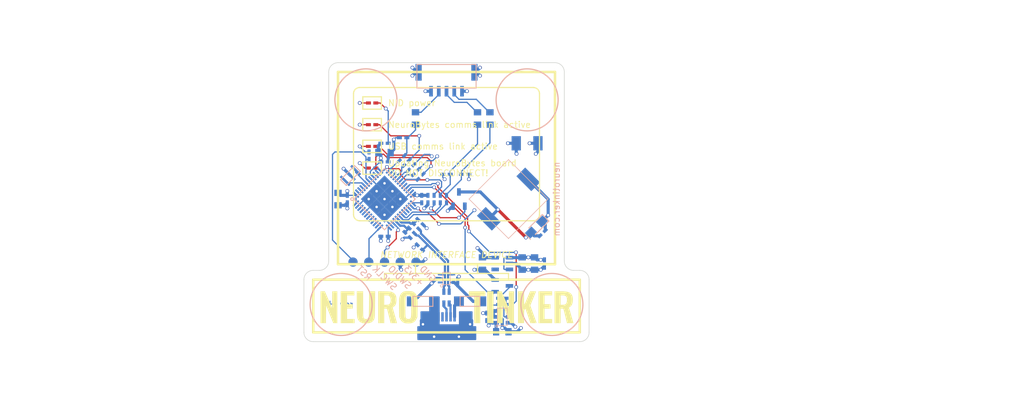
<source format=kicad_pcb>
(kicad_pcb (version 4) (host pcbnew 4.0.7-e2-6376~58~ubuntu14.04.1)
  (title_block (title "NeuroBytes Network Interface Device (NID)") (date 2018-04-08) (rev H) (company "NeuroTinker, LLC") (comment 1 "(C) 2018 Zach Fredin") (comment 2 "Drawing No. ZF-11012") (comment 3 "License: CC-BY-SA 4.0"))
  (layers (0 F.Cu signal) (1 In1.Cu signal) (2 In2.Cu signal) (31 B.Cu signal) (34 B.Paste user) (35 F.Paste user) (36 B.SilkS user) (37 F.SilkS user) (38 B.Mask user) (39 F.Mask user) (44 Edge.Cuts user))
  (net 0 "")
  (net 1 GND)
  (net 2 +5V)
  (net 3 +3V3)
  (net 4 /USB_D+)
  (net 5 /USB_D-)
  (net 6 +5VD)
  (net 7 "Net-(D1-Pad2)")
  (net 8 "Net-(D2-Pad2)")
  (net 9 "Net-(D3-Pad2)")
  (net 10 "Net-(D4-Pad2)")
  (net 11 /RST)
  (net 12 "Net-(J3-Pad4)")
  (net 13 /FAULT)
  (net 14 "Net-(R3-Pad1)")
  (net 15 "Net-(R6-Pad1)")
  (net 16 /TX)
  (net 17 /RX)
  (net 18 /LED_PROGRAMMING)
  (net 19 "Net-(U2-Pad2)")
  (net 20 "Net-(U2-Pad3)")
  (net 21 "Net-(U2-Pad4)")
  (net 22 "Net-(U2-Pad5)")
  (net 23 "Net-(U2-Pad6)")
  (net 24 "Net-(U2-Pad10)")
  (net 25 "Net-(U2-Pad11)")
  (net 26 "Net-(U2-Pad27)")
  (net 27 "Net-(U2-Pad28)")
  (net 28 "Net-(U2-Pad41)")
  (net 29 "Net-(U2-Pad42)")
  (net 30 "Net-(U2-Pad43)")
  (net 31 "Net-(U2-Pad45)")
  (net 32 "Net-(U2-Pad46)")
  (net 33 "Net-(U3-Pad4)")
  (net 34 "Net-(D5-Pad2)")
  (net 35 "Net-(Q1-Pad1)")
  (net 36 /SPEAKER)
  (net 37 "Net-(U2-Pad20)")
  (net 38 /NRST)
  (net 39 "Net-(TP2-Pad1)")
  (net 40 "Net-(TP3-Pad1)")
  (net 41 "Net-(U2-Pad38)")
  (net 42 "Net-(Q2-Pad3)")
  (net 43 /PMIC_SW)
  (net 44 "Net-(R2-Pad1)")
  (net 45 "Net-(U2-Pad14)")
  (net 46 "Net-(U2-Pad15)")
  (net 47 "Net-(U2-Pad40)")
  (net 48 "Net-(U2-Pad39)")
  (net 49 "Net-(U2-Pad29)")
  (net 50 "Net-(C6-Pad1)")
  (net 51 "Net-(C7-Pad1)")
  (net 52 "Net-(J3-Pad5)")
  (net 53 "Net-(J3-Pad1)")
  (net 54 "Net-(U4-Pad1)")
  (net 55 /LED_COMMS_NEUROBYTES)
  (net 56 /LED_COMMS_USB)
  (net 57 "Net-(FL1-Pad4)")
  (net 58 "Net-(FL1-Pad1)")
  (net 59 "Net-(C18-Pad1)")
  (net 60 "Net-(J1-Pad3)")
  (net 61 "Net-(C17-Pad1)")
  (net 62 "Net-(J1-Pad4)")
  (net 63 "Net-(C19-Pad1)")
  (net 64 "Net-(J1-Pad2)")
  (module KiCad_Footprints:ZF_SMD_NonPol_0402 (layer B.Cu) (at 122.824264 82.1 315)
    (fp_text reference R5)
    (fp_text value 22R hide)
    (pad 1 smd rect (at -0.6 0 315) (size 0.8 0.5) (layers B.Cu B.Paste B.Mask) (net 51 "Net-(C7-Pad1)"))
    (pad 2 smd rect (at 0.6 0 315) (size 0.8 0.5) (layers B.Cu B.Paste B.Mask) (net 4 /USB_D+))
  )
  (module KiCad_Footprints:ZF_Piezo_PKMCS (layer B.Cu) (at 138.424264 77 45)
    (fp_text reference LS1 hide)
    (fp_text value Speaker_Crystal)
    (pad 1 smd rect (at 4.5 0 45) (size 2 3.4) (layers B.Cu B.Paste B.Mask) (net 6 +5VD))
    (pad 2 smd rect (at -4.5 0 45) (size 2 3.4) (layers B.Cu B.Paste B.Mask) (net 34 "Net-(D5-Pad2)"))
  )
  (module KiCad_Footprints:ZF_XTAL_CSTCE_G (layer B.Cu) (at 112.924264 73.2 45)
    (fp_text reference Y1)
    (fp_text value "8 MHz" hide)
    (pad 1 smd rect (at -1.2 0 45) (size 0.4 2.1) (layers B.Cu B.Paste B.Mask) (net 22 "Net-(U2-Pad5)"))
    (pad 2 smd rect (at 0 0 45) (size 0.4 2.1) (layers B.Cu B.Paste B.Mask) (net 1 GND))
    (pad 3 smd rect (at 1.2 0 45) (size 0.4 2.1) (layers B.Cu B.Paste B.Mask) (net 23 "Net-(U2-Pad6)"))
  )
  (module KiCad_Footprints:ZF_SOT23-6L (layer B.Cu) (at 137.424264 96 90)
    (fp_text reference U1)
    (fp_text value TPS2550 hide)
    (pad 5 smd rect (at 0 1.15 270) (size 0.6 1.2) (layers B.Cu B.Paste B.Mask) (net 14 "Net-(R3-Pad1)"))
    (pad 2 smd rect (at 0 -1.15 270) (size 0.6 1.2) (layers B.Cu B.Paste B.Mask) (net 1 GND))
    (pad 1 smd rect (at -0.95 -1.15 270) (size 0.6 1.2) (layers B.Cu B.Paste B.Mask) (net 2 +5V))
    (pad 3 smd rect (at 0.95 -1.15 270) (size 0.6 1.2) (layers B.Cu B.Paste B.Mask) (net 1 GND))
    (pad 4 smd rect (at 0.95 1.15 270) (size 0.6 1.2) (layers B.Cu B.Paste B.Mask) (net 13 /FAULT))
    (pad 6 smd rect (at -0.95 1.15 270) (size 0.6 1.2) (layers B.Cu B.Paste B.Mask) (net 6 +5VD))
  )
  (module KiCad_Footprints:ZF_LOGO_NeuroTinker_NID (layer F.Cu) (at 127.924264 93.4)
    (fp_text reference G*** hide)
    (fp_text value LOGO hide)
  )
  (module KiCad_Footprints:ZF_CONN_USB-MICRO-B-SMD (layer B.Cu) (at 128.424264 98.5 180)
    (fp_text reference J3)
    (fp_text value USB_OTG hide)
    (pad 6 smd rect (at 3.8 0 180) (size 1.8 1.9) (layers B.Cu B.Paste B.Mask) (net 52 "Net-(J3-Pad5)"))
    (pad 6 smd rect (at -3.8 0 180) (size 1.8 1.9) (layers B.Cu B.Paste B.Mask) (net 52 "Net-(J3-Pad5)"))
    (pad 6 smd rect (at -3.1 2.55 180) (size 2.1 1.6) (layers B.Cu B.Paste B.Mask) (net 52 "Net-(J3-Pad5)"))
    (pad 6 smd rect (at 3.1 2.55 180) (size 2.1 1.6) (layers B.Cu B.Paste B.Mask) (net 52 "Net-(J3-Pad5)"))
    (pad 1 smd rect (at -1.3 2.5 180) (size 0.4 1.5) (layers B.Cu B.Paste B.Mask) (net 53 "Net-(J3-Pad1)"))
    (pad 2 smd rect (at -0.65 2.5 180) (size 0.4 1.5) (layers B.Cu B.Paste B.Mask) (net 57 "Net-(FL1-Pad4)"))
    (pad 3 smd rect (at 0 2.5 180) (size 0.4 1.5) (layers B.Cu B.Paste B.Mask) (net 58 "Net-(FL1-Pad1)"))
    (pad 4 smd rect (at 0.65 2.5 180) (size 0.4 1.5) (layers B.Cu B.Paste B.Mask) (net 12 "Net-(J3-Pad4)"))
    (pad 5 smd rect (at 1.3 2.5 180) (size 0.4 1.5) (layers B.Cu B.Paste B.Mask) (net 52 "Net-(J3-Pad5)"))
  )
  (module KiCad_Footprints:ZF_SOT23-3L (layer B.Cu) (at 137.424264 91 270)
    (fp_text reference Q2)
    (fp_text value 2N7002 hide)
    (pad 3 smd rect (at 0 -1.15 90) (size 0.6 1.2) (layers B.Cu B.Paste B.Mask) (net 42 "Net-(Q2-Pad3)"))
    (pad 1 smd rect (at 0.95 1.15 90) (size 0.6 1.2) (layers B.Cu B.Paste B.Mask) (net 43 /PMIC_SW))
    (pad 2 smd rect (at -0.95 1.15 90) (size 0.6 1.2) (layers B.Cu B.Paste B.Mask) (net 1 GND))
  )
  (module KiCad_Footprints:ZF_CONN_1-5mm_pad (layer B.Cu) (at 115.884264 87.16)
    (fp_text reference TP2 hide)
    (fp_text value SWCLK hide)
    (pad 1 connect circle (at 0 0) (size 1.5 1.5) (layers B.Cu B.Mask) (net 39 "Net-(TP2-Pad1)"))
  )
  (module KiCad_Footprints:ZF_CONN_1-5mm_pad (layer B.Cu) (at 118.424264 87.16)
    (fp_text reference TP3 hide)
    (fp_text value SWDIO hide)
    (pad 1 connect circle (at 0 0) (size 1.5 1.5) (layers B.Cu B.Mask) (net 40 "Net-(TP3-Pad1)"))
  )
  (module KiCad_Footprints:ZF_CONN_1-5mm_pad (layer B.Cu) (at 113.344264 87.16)
    (fp_text reference TP1 hide)
    (fp_text value NRST hide)
    (pad 1 connect circle (at 0 0) (size 1.5 1.5) (layers B.Cu B.Mask) (net 38 /NRST))
  )
  (module KiCad_Footprints:ZF_LOGO_OSHW (layer B.Cu) (at 128.424264 65.4 180)
    (fp_text reference G*** hide)
    (fp_text value LOGO hide)
  )
  (module KiCad_Footprints:ZF_SMD_NonPol_0402_cap (layer B.Cu) (at 134.924264 96 270)
    (fp_text reference C1)
    (fp_text value 100n hide)
    (pad 1 smd rect (at -0.6 0 270) (size 0.8 0.5) (layers B.Cu B.Paste B.Mask) (net 1 GND))
    (pad 2 smd rect (at 0.6 0 270) (size 0.8 0.5) (layers B.Cu B.Paste B.Mask) (net 2 +5V))
  )
  (module KiCad_Footprints:ZF_SMD_NonPol_0402_cap (layer B.Cu) (at 115.924264 70 90)
    (fp_text reference C2)
    (fp_text value 100n hide)
    (pad 1 smd rect (at -0.6 0 90) (size 0.8 0.5) (layers B.Cu B.Paste B.Mask) (net 38 /NRST))
    (pad 2 smd rect (at 0.6 0 90) (size 0.8 0.5) (layers B.Cu B.Paste B.Mask) (net 1 GND))
  )
  (module KiCad_Footprints:ZF_SMD_NonPol_0402_cap (layer B.Cu) (at 125.424264 77 270)
    (fp_text reference C3)
    (fp_text value 100n hide)
    (pad 1 smd rect (at -0.6 0 270) (size 0.8 0.5) (layers B.Cu B.Paste B.Mask) (net 3 +3V3))
    (pad 2 smd rect (at 0.6 0 270) (size 0.8 0.5) (layers B.Cu B.Paste B.Mask) (net 1 GND))
  )
  (module KiCad_Footprints:ZF_SMD_NonPol_0402_cap (layer B.Cu) (at 118.424264 83 180)
    (fp_text reference C4)
    (fp_text value 100n hide)
    (pad 1 smd rect (at -0.6 0 180) (size 0.8 0.5) (layers B.Cu B.Paste B.Mask) (net 3 +3V3))
    (pad 2 smd rect (at 0.6 0 180) (size 0.8 0.5) (layers B.Cu B.Paste B.Mask) (net 1 GND))
  )
  (module KiCad_Footprints:ZF_SMD_NonPol_0603 (layer B.Cu) (at 110.924264 77 270)
    (fp_text reference C5)
    (fp_text value 4u7 hide)
    (pad 1 smd rect (at -1 0 270) (size 1 1.2) (layers B.Cu B.Paste B.Mask) (net 3 +3V3))
    (pad 2 smd rect (at 1 0 270) (size 1 1.2) (layers B.Cu B.Paste B.Mask) (net 1 GND))
  )
  (module KiCad_Footprints:ZF_SMD_NonPol_0402_cap (layer B.Cu) (at 124.224264 80.7 315)
    (fp_text reference C6)
    (fp_text value 47p hide)
    (pad 1 smd rect (at -0.6 0 315) (size 0.8 0.5) (layers B.Cu B.Paste B.Mask) (net 50 "Net-(C6-Pad1)"))
    (pad 2 smd rect (at 0.6 0 315) (size 0.8 0.5) (layers B.Cu B.Paste B.Mask) (net 1 GND))
  )
  (module KiCad_Footprints:ZF_SMD_NonPol_0402_cap (layer B.Cu) (at 122.124264 82.8 315)
    (fp_text reference C7)
    (fp_text value 47p hide)
    (pad 1 smd rect (at -0.6 0 315) (size 0.8 0.5) (layers B.Cu B.Paste B.Mask) (net 51 "Net-(C7-Pad1)"))
    (pad 2 smd rect (at 0.6 0 315) (size 0.8 0.5) (layers B.Cu B.Paste B.Mask) (net 1 GND))
  )
  (module KiCad_Footprints:ZF_SMD_NonPol_0402_cap (layer B.Cu) (at 112.424264 77 270)
    (fp_text reference C8)
    (fp_text value 100n hide)
    (pad 1 smd rect (at -0.6 0 270) (size 0.8 0.5) (layers B.Cu B.Paste B.Mask) (net 3 +3V3))
    (pad 2 smd rect (at 0.6 0 270) (size 0.8 0.5) (layers B.Cu B.Paste B.Mask) (net 1 GND))
  )
  (module KiCad_Footprints:ZF_SMD_NonPol_0603 (layer B.Cu) (at 118.424264 69.5)
    (fp_text reference C9)
    (fp_text value 1u hide)
    (pad 1 smd rect (at -1 0) (size 1 1.2) (layers B.Cu B.Paste B.Mask) (net 3 +3V3))
    (pad 2 smd rect (at 1 0) (size 1 1.2) (layers B.Cu B.Paste B.Mask) (net 1 GND))
  )
  (module KiCad_Footprints:ZF_SMD_NonPol_0402_cap (layer B.Cu) (at 118.424264 71)
    (fp_text reference C10)
    (fp_text value 100n hide)
    (pad 1 smd rect (at -0.6 0) (size 0.8 0.5) (layers B.Cu B.Paste B.Mask) (net 3 +3V3))
    (pad 2 smd rect (at 0.6 0) (size 0.8 0.5) (layers B.Cu B.Paste B.Mask) (net 1 GND))
  )
  (module KiCad_Footprints:ZF_SMD_NonPol_0603 (layer B.Cu) (at 140.624264 87.4 270)
    (fp_text reference C11)
    (fp_text value 1u hide)
    (pad 1 smd rect (at -1 0 270) (size 1 1.2) (layers B.Cu B.Paste B.Mask) (net 6 +5VD))
    (pad 2 smd rect (at 1 0 270) (size 1 1.2) (layers B.Cu B.Paste B.Mask) (net 1 GND))
  )
  (module KiCad_Footprints:ZF_SMD_NonPol_0603 (layer B.Cu) (at 134.224264 87.4 270)
    (fp_text reference C12)
    (fp_text value 1u hide)
    (pad 1 smd rect (at -1 0 270) (size 1 1.2) (layers B.Cu B.Paste B.Mask) (net 3 +3V3))
    (pad 2 smd rect (at 1 0 270) (size 1 1.2) (layers B.Cu B.Paste B.Mask) (net 1 GND))
  )
  (module KiCad_Footprints:ZF_SMD_NonPol_0402 (layer F.Cu) (at 116.424264 61.5)
    (fp_text reference D1)
    (fp_text value LED hide)
    (pad 1 smd rect (at -0.6 0) (size 0.8 0.5) (layers F.Cu F.Paste F.Mask) (net 1 GND))
    (pad 2 smd rect (at 0.6 0) (size 0.8 0.5) (layers F.Cu F.Paste F.Mask) (net 7 "Net-(D1-Pad2)"))
  )
  (module KiCad_Footprints:ZF_SMD_NonPol_0402 (layer F.Cu) (at 116.424264 65)
    (fp_text reference D2)
    (fp_text value LED hide)
    (pad 1 smd rect (at -0.6 0) (size 0.8 0.5) (layers F.Cu F.Paste F.Mask) (net 1 GND))
    (pad 2 smd rect (at 0.6 0) (size 0.8 0.5) (layers F.Cu F.Paste F.Mask) (net 8 "Net-(D2-Pad2)"))
  )
  (module KiCad_Footprints:ZF_SMD_NonPol_0402 (layer F.Cu) (at 116.424264 68.5)
    (fp_text reference D3)
    (fp_text value LED hide)
    (pad 1 smd rect (at -0.6 0) (size 0.8 0.5) (layers F.Cu F.Paste F.Mask) (net 1 GND))
    (pad 2 smd rect (at 0.6 0) (size 0.8 0.5) (layers F.Cu F.Paste F.Mask) (net 9 "Net-(D3-Pad2)"))
  )
  (module KiCad_Footprints:ZF_SMD_NonPol_0402 (layer F.Cu) (at 116.424264 72)
    (fp_text reference D4)
    (fp_text value LED hide)
    (pad 1 smd rect (at -0.6 0) (size 0.8 0.5) (layers F.Cu F.Paste F.Mask) (net 1 GND))
    (pad 2 smd rect (at 0.6 0) (size 0.8 0.5) (layers F.Cu F.Paste F.Mask) (net 10 "Net-(D4-Pad2)"))
  )
  (module KiCad_Footprints:ZF_CONN_JST_GH_5POS (layer B.Cu) (at 128.424264 58 90)
    (fp_text reference J1)
    (fp_text value CONN_01X05 hide)
    (pad 3 smd rect (at -1.6 0) (size 0.6 1.7) (layers B.Cu B.Paste B.Mask) (net 60 "Net-(J1-Pad3)"))
    (pad 4 smd rect (at -1.6 1.25) (size 0.6 1.7) (layers B.Cu B.Paste B.Mask) (net 62 "Net-(J1-Pad4)"))
    (pad 2 smd rect (at -1.6 -1.25) (size 0.6 1.7) (layers B.Cu B.Paste B.Mask) (net 64 "Net-(J1-Pad2)"))
    (pad 1 smd rect (at -1.6 -2.5) (size 0.6 1.7) (layers B.Cu B.Paste B.Mask) (net 1 GND))
    (pad "" smd rect (at 1.45 4.5) (size 1 2.7) (layers B.Cu B.Paste B.Mask) (net 1 GND))
    (pad "" smd rect (at 1.45 -4.5) (size 1 2.7) (layers B.Cu B.Paste B.Mask) (net 1 GND))
    (pad 5 smd rect (at -1.6 2.5 90) (size 1.7 0.6) (layers B.Cu B.Paste B.Mask) (net 6 +5VD))
  )
  (module KiCad_Footprints:ZF_SMD_NonPol_0402 (layer B.Cu) (at 124.124264 84.8 135)
    (fp_text reference R1)
    (fp_text value 1k5 hide)
    (pad 1 smd rect (at -0.6 0 135) (size 0.8 0.5) (layers B.Cu B.Paste B.Mask) (net 4 /USB_D+))
    (pad 2 smd rect (at 0.6 0 135) (size 0.8 0.5) (layers B.Cu B.Paste B.Mask) (net 3 +3V3))
  )
  (module KiCad_Footprints:ZF_SMD_NonPol_0402 (layer B.Cu) (at 123.474264 72.65 45)
    (fp_text reference R2)
    (fp_text value JMP hide)
    (pad 1 smd rect (at -0.6 0 45) (size 0.8 0.5) (layers B.Cu B.Paste B.Mask) (net 44 "Net-(R2-Pad1)"))
    (pad 2 smd rect (at 0.6 0 45) (size 0.8 0.5) (layers B.Cu B.Paste B.Mask) (net 3 +3V3))
  )
  (module KiCad_Footprints:ZF_SMD_NonPol_0402 (layer B.Cu) (at 137.424264 94 180)
    (fp_text reference R3)
    (fp_text value 243k hide)
    (pad 1 smd rect (at -0.6 0 180) (size 0.8 0.5) (layers B.Cu B.Paste B.Mask) (net 14 "Net-(R3-Pad1)"))
    (pad 2 smd rect (at 0.6 0 180) (size 0.8 0.5) (layers B.Cu B.Paste B.Mask) (net 1 GND))
  )
  (module KiCad_Footprints:ZF_SMD_NonPol_0402 (layer B.Cu) (at 123.524264 81.4 315)
    (fp_text reference R4)
    (fp_text value 22R hide)
    (pad 1 smd rect (at -0.6 0 315) (size 0.8 0.5) (layers B.Cu B.Paste B.Mask) (net 50 "Net-(C6-Pad1)"))
    (pad 2 smd rect (at 0.6 0 315) (size 0.8 0.5) (layers B.Cu B.Paste B.Mask) (net 5 /USB_D-))
  )
  (module KiCad_Footprints:ZF_SMD_NonPol_0402 (layer B.Cu) (at 118.424264 68 180)
    (fp_text reference R11)
    (fp_text value R hide)
    (pad 1 smd rect (at -0.6 0 180) (size 0.8 0.5) (layers B.Cu B.Paste B.Mask) (net 7 "Net-(D1-Pad2)"))
    (pad 2 smd rect (at 0.6 0 180) (size 0.8 0.5) (layers B.Cu B.Paste B.Mask) (net 3 +3V3))
  )
  (module KiCad_Footprints:ZF_SMD_NonPol_0402 (layer B.Cu) (at 121.974264 71.15 225)
    (fp_text reference R12)
    (fp_text value R hide)
    (pad 1 smd rect (at -0.6 0 225) (size 0.8 0.5) (layers B.Cu B.Paste B.Mask) (net 8 "Net-(D2-Pad2)"))
    (pad 2 smd rect (at 0.6 0 225) (size 0.8 0.5) (layers B.Cu B.Paste B.Mask) (net 55 /LED_COMMS_NEUROBYTES))
  )
  (module KiCad_Footprints:ZF_SMD_NonPol_0402 (layer B.Cu) (at 122.724264 71.9 225)
    (fp_text reference R13)
    (fp_text value R hide)
    (pad 1 smd rect (at -0.6 0 225) (size 0.8 0.5) (layers B.Cu B.Paste B.Mask) (net 9 "Net-(D3-Pad2)"))
    (pad 2 smd rect (at 0.6 0 225) (size 0.8 0.5) (layers B.Cu B.Paste B.Mask) (net 56 /LED_COMMS_USB))
  )
  (module KiCad_Footprints:ZF_SMD_NonPol_0402 (layer B.Cu) (at 124.224264 73.4 225)
    (fp_text reference R14)
    (fp_text value R hide)
    (pad 1 smd rect (at -0.6 0 225) (size 0.8 0.5) (layers B.Cu B.Paste B.Mask) (net 10 "Net-(D4-Pad2)"))
    (pad 2 smd rect (at 0.6 0 225) (size 0.8 0.5) (layers B.Cu B.Paste B.Mask) (net 18 /LED_PROGRAMMING))
  )
  (module KiCad_Footprints:ZF_SOT23-5L (layer B.Cu) (at 137.424264 87.4 270)
    (fp_text reference U3)
    (fp_text value LD3985G hide)
    (pad 2 smd rect (at 0 -1.15 90) (size 0.6 1.2) (layers B.Cu B.Paste B.Mask) (net 1 GND))
    (pad 1 smd rect (at -0.95 -1.15 90) (size 0.6 1.2) (layers B.Cu B.Paste B.Mask) (net 6 +5VD))
    (pad 3 smd rect (at 0.95 -1.15 90) (size 0.6 1.2) (layers B.Cu B.Paste B.Mask) (net 6 +5VD))
    (pad 4 smd rect (at 0.95 1.15 90) (size 0.6 1.2) (layers B.Cu B.Paste B.Mask) (net 33 "Net-(U3-Pad4)"))
    (pad 5 smd rect (at -0.95 1.15 90) (size 0.6 1.2) (layers B.Cu B.Paste B.Mask) (net 3 +3V3))
  )
  (module KiCad_Footprints:ZF_SMD_pol_0805 (layer B.Cu) (at 142.924264 81.5 225)
    (fp_text reference D5)
    (fp_text value D hide)
    (pad 2 smd rect (at 1.25 0 225) (size 1.5 1.25) (layers B.Cu B.Paste B.Mask) (net 34 "Net-(D5-Pad2)"))
    (pad 1 smd rect (at -1.25 0 225) (size 1.5 1.25) (layers B.Cu B.Paste B.Mask) (net 6 +5VD))
  )
  (module KiCad_Footprints:ZF_SOT23-3L (layer B.Cu) (at 130.424264 77)
    (fp_text reference Q1)
    (fp_text value MMBT3904 hide)
    (pad 3 smd rect (at 0 -1.15 180) (size 0.6 1.2) (layers B.Cu B.Paste B.Mask) (net 34 "Net-(D5-Pad2)"))
    (pad 1 smd rect (at 0.95 1.15 180) (size 0.6 1.2) (layers B.Cu B.Paste B.Mask) (net 35 "Net-(Q1-Pad1)"))
    (pad 2 smd rect (at -0.95 1.15 180) (size 0.6 1.2) (layers B.Cu B.Paste B.Mask) (net 1 GND))
  )
  (module KiCad_Footprints:ZF_SMD_NonPol_0402 (layer B.Cu) (at 126.424264 77 90)
    (fp_text reference R15)
    (fp_text value 1k hide)
    (pad 1 smd rect (at -0.6 0 90) (size 0.8 0.5) (layers B.Cu B.Paste B.Mask) (net 35 "Net-(Q1-Pad1)"))
    (pad 2 smd rect (at 0.6 0 90) (size 0.8 0.5) (layers B.Cu B.Paste B.Mask) (net 36 /SPEAKER))
  )
  (module KiCad_Footprints:ZF_SMD_NonPol_0402 (layer B.Cu) (at 124.424264 77 90)
    (fp_text reference R6)
    (fp_text value 10k hide)
    (pad 1 smd rect (at -0.6 0 90) (size 0.8 0.5) (layers B.Cu B.Paste B.Mask) (net 15 "Net-(R6-Pad1)"))
    (pad 2 smd rect (at 0.6 0 90) (size 0.8 0.5) (layers B.Cu B.Paste B.Mask) (net 3 +3V3))
  )
  (module KiCad_Footprints:ZF_SMD_NonPol_0402 (layer B.Cu) (at 137.424264 93)
    (fp_text reference R7)
    (fp_text value 57k6 hide)
    (pad 1 smd rect (at -0.6 0) (size 0.8 0.5) (layers B.Cu B.Paste B.Mask) (net 42 "Net-(Q2-Pad3)"))
    (pad 2 smd rect (at 0.6 0) (size 0.8 0.5) (layers B.Cu B.Paste B.Mask) (net 14 "Net-(R3-Pad1)"))
  )
  (module KiCad_Footprints:ZF_SMD_NonPol_0402 (layer B.Cu) (at 135.624264 93.5 90)
    (fp_text reference R8)
    (fp_text value 10k hide)
    (pad 1 smd rect (at -0.6 0 90) (size 0.8 0.5) (layers B.Cu B.Paste B.Mask) (net 1 GND))
    (pad 2 smd rect (at 0.6 0 90) (size 0.8 0.5) (layers B.Cu B.Paste B.Mask) (net 43 /PMIC_SW))
  )
  (module KiCad_Footprints:ZF_SMD_NonPol_0603 (layer B.Cu) (at 142.624264 87.4 270)
    (fp_text reference C13)
    (fp_text value 4u7 hide)
    (pad 1 smd rect (at -1 0 270) (size 1 1.2) (layers B.Cu B.Paste B.Mask) (net 6 +5VD))
    (pad 2 smd rect (at 1 0 270) (size 1 1.2) (layers B.Cu B.Paste B.Mask) (net 1 GND))
  )
  (module KiCad_Footprints:ZF_SMD_NonPol_0402_cap (layer B.Cu) (at 144.224264 87.4 90)
    (fp_text reference C14)
    (fp_text value 100n hide)
    (pad 1 smd rect (at -0.6 0 90) (size 0.8 0.5) (layers B.Cu B.Paste B.Mask) (net 1 GND))
    (pad 2 smd rect (at 0.6 0 90) (size 0.8 0.5) (layers B.Cu B.Paste B.Mask) (net 6 +5VD))
  )
  (module KiCad_Footprints:ZF_SMD_NonPol_0603 (layer B.Cu) (at 137.424264 98.4)
    (fp_text reference C15)
    (fp_text value 1u hide)
    (pad 1 smd rect (at -1 0) (size 1 1.2) (layers B.Cu B.Paste B.Mask) (net 2 +5V))
    (pad 2 smd rect (at 1 0) (size 1 1.2) (layers B.Cu B.Paste B.Mask) (net 1 GND))
  )
  (module KiCad_Footprints:ZF_SMD_SOT-353 (layer B.Cu) (at 128.424264 89.8 90)
    (fp_text reference U4 hide)
    (fp_text value RClamp0503F hide)
    (pad 1 smd rect (at -0.65 -1 90) (size 0.3 0.8) (layers B.Cu B.Paste B.Mask) (net 54 "Net-(U4-Pad1)"))
    (pad 2 smd rect (at 0 -1 90) (size 0.3 0.8) (layers B.Cu B.Paste B.Mask) (net 1 GND))
    (pad 3 smd rect (at 0.65 -1 90) (size 0.3 0.8) (layers B.Cu B.Paste B.Mask) (net 4 /USB_D+))
    (pad 4 smd rect (at 0.65 1 90) (size 0.3 0.8) (layers B.Cu B.Paste B.Mask) (net 5 /USB_D-))
    (pad 5 smd rect (at -0.65 1 90) (size 0.3 0.8) (layers B.Cu B.Paste B.Mask) (net 2 +5V))
  )
  (module KiCad_Footprints:ZF_SMD_NonPol_0402 (layer B.Cu) (at 143.924264 82.5 45)
    (fp_text reference R9)
    (fp_text value 1k hide)
    (pad 1 smd rect (at -0.6 0 45) (size 0.8 0.5) (layers B.Cu B.Paste B.Mask) (net 34 "Net-(D5-Pad2)"))
    (pad 2 smd rect (at 0.6 0 45) (size 0.8 0.5) (layers B.Cu B.Paste B.Mask) (net 6 +5VD))
  )
  (module KiCad_Footprints:ZF_IC_UFQFPN48 (layer B.Cu) (at 118.424264 77 45)
    (fp_text reference U2)
    (fp_text value STM32F103CBUx hide)
    (pad 1 smd rect (at -2.75 -3.75 45) (size 0.3 1.25) (layers B.Cu B.Paste B.Mask) (net 3 +3V3))
    (pad 2 smd rect (at -2.25 -3.75 45) (size 0.3 1.25) (layers B.Cu B.Paste B.Mask) (net 19 "Net-(U2-Pad2)"))
    (pad 3 smd rect (at -1.75 -3.75 45) (size 0.3 1.25) (layers B.Cu B.Paste B.Mask) (net 20 "Net-(U2-Pad3)"))
    (pad 4 smd rect (at -1.25 -3.75 45) (size 0.3 1.25) (layers B.Cu B.Paste B.Mask) (net 21 "Net-(U2-Pad4)"))
    (pad 5 smd rect (at -0.75 -3.75 45) (size 0.3 1.25) (layers B.Cu B.Paste B.Mask) (net 22 "Net-(U2-Pad5)"))
    (pad 6 smd rect (at -0.25 -3.75 45) (size 0.3 1.25) (layers B.Cu B.Paste B.Mask) (net 23 "Net-(U2-Pad6)"))
    (pad 7 smd rect (at 0.25 -3.75 45) (size 0.3 1.25) (layers B.Cu B.Paste B.Mask) (net 38 /NRST))
    (pad 8 smd rect (at 0.75 -3.75 45) (size 0.3 1.25) (layers B.Cu B.Paste B.Mask) (net 1 GND))
    (pad 9 smd rect (at 1.25 -3.75 45) (size 0.3 1.25) (layers B.Cu B.Paste B.Mask) (net 3 +3V3))
    (pad 10 smd rect (at 1.75 -3.75 45) (size 0.3 1.25) (layers B.Cu B.Paste B.Mask) (net 24 "Net-(U2-Pad10)"))
    (pad 11 smd rect (at 2.25 -3.75 45) (size 0.3 1.25) (layers B.Cu B.Paste B.Mask) (net 25 "Net-(U2-Pad11)"))
    (pad 12 smd rect (at 2.75 -3.75 45) (size 0.3 1.25) (layers B.Cu B.Paste B.Mask) (net 36 /SPEAKER))
    (pad 13 smd rect (at 3.75 -2.75 315) (size 0.3 1.25) (layers B.Cu B.Paste B.Mask) (net 11 /RST))
    (pad 14 smd rect (at 3.75 -2.25 315) (size 0.3 1.25) (layers B.Cu B.Paste B.Mask) (net 45 "Net-(U2-Pad14)"))
    (pad 15 smd rect (at 3.75 -1.75 315) (size 0.3 1.25) (layers B.Cu B.Paste B.Mask) (net 46 "Net-(U2-Pad15)"))
    (pad 16 smd rect (at 3.75 -1.25 315) (size 0.3 1.25) (layers B.Cu B.Paste B.Mask) (net 55 /LED_COMMS_NEUROBYTES))
    (pad 17 smd rect (at 3.75 -0.75 315) (size 0.3 1.25) (layers B.Cu B.Paste B.Mask) (net 56 /LED_COMMS_USB))
    (pad 18 smd rect (at 3.75 -0.25 315) (size 0.3 1.25) (layers B.Cu B.Paste B.Mask) (net 44 "Net-(R2-Pad1)"))
    (pad 19 smd rect (at 3.75 0.25 315) (size 0.3 1.25) (layers B.Cu B.Paste B.Mask) (net 18 /LED_PROGRAMMING))
    (pad 20 smd rect (at 3.75 0.75 315) (size 0.3 1.25) (layers B.Cu B.Paste B.Mask) (net 37 "Net-(U2-Pad20)"))
    (pad 21 smd rect (at 3.75 1.25 315) (size 0.3 1.25) (layers B.Cu B.Paste B.Mask) (net 13 /FAULT))
    (pad 22 smd rect (at 3.75 1.75 315) (size 0.3 1.25) (layers B.Cu B.Paste B.Mask) (net 43 /PMIC_SW))
    (pad 23 smd rect (at 3.75 2.25 315) (size 0.3 1.25) (layers B.Cu B.Paste B.Mask) (net 1 GND))
    (pad 24 smd rect (at 3.75 2.75 315) (size 0.3 1.25) (layers B.Cu B.Paste B.Mask) (net 3 +3V3))
    (pad 25 smd rect (at 2.75 3.75 225) (size 0.3 1.25) (layers B.Cu B.Paste B.Mask) (net 15 "Net-(R6-Pad1)"))
    (pad 26 smd rect (at 2.25 3.75 225) (size 0.3 1.25) (layers B.Cu B.Paste B.Mask) (net 6 +5VD))
    (pad 27 smd rect (at 1.75 3.75 225) (size 0.3 1.25) (layers B.Cu B.Paste B.Mask) (net 26 "Net-(U2-Pad27)"))
    (pad 28 smd rect (at 1.25 3.75 225) (size 0.3 1.25) (layers B.Cu B.Paste B.Mask) (net 27 "Net-(U2-Pad28)"))
    (pad 29 smd rect (at 0.75 3.75 225) (size 0.3 1.25) (layers B.Cu B.Paste B.Mask) (net 49 "Net-(U2-Pad29)"))
    (pad 30 smd rect (at 0.25 3.75 225) (size 0.3 1.25) (layers B.Cu B.Paste B.Mask) (net 16 /TX))
    (pad 31 smd rect (at -0.25 3.75 225) (size 0.3 1.25) (layers B.Cu B.Paste B.Mask) (net 17 /RX))
    (pad 32 smd rect (at -0.75 3.75 225) (size 0.3 1.25) (layers B.Cu B.Paste B.Mask) (net 50 "Net-(C6-Pad1)"))
    (pad 33 smd rect (at -1.25 3.75 225) (size 0.3 1.25) (layers B.Cu B.Paste B.Mask) (net 51 "Net-(C7-Pad1)"))
    (pad 34 smd rect (at -1.75 3.75 225) (size 0.3 1.25) (layers B.Cu B.Paste B.Mask) (net 40 "Net-(TP3-Pad1)"))
    (pad 35 smd rect (at -2.25 3.75 225) (size 0.3 1.25) (layers B.Cu B.Paste B.Mask) (net 1 GND))
    (pad 36 smd rect (at -2.75 3.75 225) (size 0.3 1.25) (layers B.Cu B.Paste B.Mask) (net 3 +3V3))
    (pad 37 smd rect (at -3.75 2.75 315) (size 0.3 1.25) (layers B.Cu B.Paste B.Mask) (net 39 "Net-(TP2-Pad1)"))
    (pad 38 smd rect (at -3.75 2.25 315) (size 0.3 1.25) (layers B.Cu B.Paste B.Mask) (net 41 "Net-(U2-Pad38)"))
    (pad 39 smd rect (at -3.75 1.75 315) (size 0.3 1.25) (layers B.Cu B.Paste B.Mask) (net 48 "Net-(U2-Pad39)"))
    (pad 40 smd rect (at -3.75 1.25 315) (size 0.3 1.25) (layers B.Cu B.Paste B.Mask) (net 47 "Net-(U2-Pad40)"))
    (pad 41 smd rect (at -3.75 0.75 315) (size 0.3 1.25) (layers B.Cu B.Paste B.Mask) (net 28 "Net-(U2-Pad41)"))
    (pad 42 smd rect (at -3.75 0.25 315) (size 0.3 1.25) (layers B.Cu B.Paste B.Mask) (net 29 "Net-(U2-Pad42)"))
    (pad 43 smd rect (at -3.75 -0.25 315) (size 0.3 1.25) (layers B.Cu B.Paste B.Mask) (net 30 "Net-(U2-Pad43)"))
    (pad 44 smd rect (at -3.75 -0.75 315) (size 0.3 1.25) (layers B.Cu B.Paste B.Mask) (net 1 GND))
    (pad 45 smd rect (at -3.75 -1.25 315) (size 0.3 1.25) (layers B.Cu B.Paste B.Mask) (net 31 "Net-(U2-Pad45)"))
    (pad 46 smd rect (at -3.75 -1.75 315) (size 0.3 1.25) (layers B.Cu B.Paste B.Mask) (net 32 "Net-(U2-Pad46)"))
    (pad 47 smd rect (at -3.75 -2.25 315) (size 0.3 1.25) (layers B.Cu B.Paste B.Mask) (net 1 GND))
    (pad 48 smd rect (at -3.75 -2.75 315) (size 0.3 1.25) (layers B.Cu B.Paste B.Mask) (net 3 +3V3))
    (pad 49 smd rect (at 1.8 -1.8 45) (size 1.8 1.8) (layers B.Cu B.Paste B.Mask) (net 1 GND))
    (pad 49 smd rect (at -1.8 -1.8 45) (size 1.8 1.8) (layers B.Cu B.Paste B.Mask) (net 1 GND))
    (pad 49 smd rect (at -1.8 1.8 45) (size 1.8 1.8) (layers B.Cu B.Paste B.Mask) (net 1 GND))
    (pad 49 smd rect (at 1.8 1.8 45) (size 1.8 1.8) (layers B.Cu B.Paste B.Mask) (net 1 GND))
    (pad 49 smd rect (at 0 -1.8 45) (size 1.8 1.8) (layers B.Cu B.Paste B.Mask) (net 1 GND))
    (pad 49 smd rect (at 0 0 45) (size 1.8 1.8) (layers B.Cu B.Paste B.Mask) (net 1 GND))
    (pad 49 smd rect (at 1.8 0 45) (size 1.8 1.8) (layers B.Cu B.Paste B.Mask) (net 1 GND))
    (pad 49 smd rect (at 0 1.8 45) (size 1.8 1.8) (layers B.Cu B.Paste B.Mask) (net 1 GND))
    (pad 49 smd rect (at -1.8 0 45) (size 1.8 1.8) (layers B.Cu B.Paste B.Mask) (net 1 GND))
  )
  (module KiCad_Footprints:ZF_CONN_1-5mm_pad (layer B.Cu) (at 123.504264 87.16)
    (fp_text reference TP4 hide)
    (fp_text value GND hide)
    (pad 1 connect circle (at 0 0) (size 1.5 1.5) (layers B.Cu B.Mask) (net 1 GND))
  )
  (module KiCad_Footprints:ZF_CONN_1-5mm_pad (layer B.Cu) (at 120.964264 87.16)
    (fp_text reference TP5 hide)
    (fp_text value 3v3 hide)
    (pad 1 connect circle (at 0 0) (size 1.5 1.5) (layers B.Cu B.Mask) (net 3 +3V3))
  )
  (module KiCad_Footprints:ZF_SMD_nonpol_1210 (layer B.Cu) (at 141.424264 68 180)
    (fp_text reference C16)
    (fp_text value C hide)
    (pad 1 smd rect (at -1.75 0 180) (size 1.5 2.3) (layers B.Cu B.Paste B.Mask) (net 6 +5VD))
    (pad 2 smd rect (at 1.75 0 180) (size 1.5 2.3) (layers B.Cu B.Paste B.Mask) (net 1 GND))
  )
  (module KiCad_Footprints:ZF_SMD_CMC_0805 (layer B.Cu) (at 128.424264 92.9 90)
    (fp_text reference FL1 hide)
    (fp_text value EMI_Filter_LL-rev hide)
    (pad 4 smd rect (at -0.95 0.43 90) (size 1 0.5) (layers B.Cu B.Paste B.Mask) (net 57 "Net-(FL1-Pad4)"))
    (pad 1 smd rect (at -0.95 -0.43 90) (size 1 0.5) (layers B.Cu B.Paste B.Mask) (net 58 "Net-(FL1-Pad1)"))
    (pad 2 smd rect (at 0.95 -0.43 90) (size 1 0.5) (layers B.Cu B.Paste B.Mask) (net 4 /USB_D+))
    (pad 3 smd rect (at 0.95 0.43 90) (size 1 0.5) (layers B.Cu B.Paste B.Mask) (net 5 /USB_D-))
  )
  (module KiCad_Footprints:ZF_SMD_NonPol_0402_cap (layer B.Cu) (at 128.424264 73 180)
    (fp_text reference C17)
    (fp_text value 100n hide)
    (pad 1 smd rect (at -0.6 0 180) (size 0.8 0.5) (layers B.Cu B.Paste B.Mask) (net 61 "Net-(C17-Pad1)"))
    (pad 2 smd rect (at 0.6 0 180) (size 0.8 0.5) (layers B.Cu B.Paste B.Mask) (net 1 GND))
  )
  (module KiCad_Footprints:ZF_SMD_NonPol_0402_cap (layer B.Cu) (at 121.424264 67.1 180)
    (fp_text reference C18)
    (fp_text value 100n hide)
    (pad 1 smd rect (at -0.6 0 180) (size 0.8 0.5) (layers B.Cu B.Paste B.Mask) (net 59 "Net-(C18-Pad1)"))
    (pad 2 smd rect (at 0.6 0 180) (size 0.8 0.5) (layers B.Cu B.Paste B.Mask) (net 1 GND))
  )
  (module KiCad_Footprints:ZF_SMD_NonPol_0402 (layer B.Cu) (at 127.424264 77 270)
    (fp_text reference R10)
    (fp_text value R hide)
    (pad 1 smd rect (at -0.6 0 270) (size 0.8 0.5) (layers B.Cu B.Paste B.Mask) (net 61 "Net-(C17-Pad1)"))
    (pad 2 smd rect (at 0.6 0 270) (size 0.8 0.5) (layers B.Cu B.Paste B.Mask) (net 16 /TX))
  )
  (module KiCad_Footprints:ZF_SMD_NonPol_0402 (layer B.Cu) (at 128.424264 77 270)
    (fp_text reference R16)
    (fp_text value R hide)
    (pad 1 smd rect (at -0.6 0 270) (size 0.8 0.5) (layers B.Cu B.Paste B.Mask) (net 63 "Net-(C19-Pad1)"))
    (pad 2 smd rect (at 0.6 0 270) (size 0.8 0.5) (layers B.Cu B.Paste B.Mask) (net 17 /RX))
  )
  (module KiCad_Footprints:ZF_SMD_NonPol_0603 (layer B.Cu) (at 133.424264 64 90)
    (fp_text reference L3)
    (fp_text value Ferrite_Bead hide)
    (pad 1 smd rect (at -1 0 90) (size 1 1.2) (layers B.Cu B.Paste B.Mask) (net 61 "Net-(C17-Pad1)"))
    (pad 2 smd rect (at 1 0 90) (size 1 1.2) (layers B.Cu B.Paste B.Mask) (net 60 "Net-(J1-Pad3)"))
  )
  (module KiCad_Footprints:ZF_SMD_NonPol_0603 (layer B.Cu) (at 135.424264 64 90)
    (fp_text reference L4)
    (fp_text value Ferrite_Bead hide)
    (pad 1 smd rect (at -1 0 90) (size 1 1.2) (layers B.Cu B.Paste B.Mask) (net 63 "Net-(C19-Pad1)"))
    (pad 2 smd rect (at 1 0 90) (size 1 1.2) (layers B.Cu B.Paste B.Mask) (net 62 "Net-(J1-Pad4)"))
  )
  (module KiCad_Footprints:ZF_SMD_NonPol_0402_cap (layer B.Cu) (at 131.424264 73)
    (fp_text reference C19)
    (fp_text value 100n hide)
    (pad 1 smd rect (at -0.6 0) (size 0.8 0.5) (layers B.Cu B.Paste B.Mask) (net 63 "Net-(C19-Pad1)"))
    (pad 2 smd rect (at 0.6 0) (size 0.8 0.5) (layers B.Cu B.Paste B.Mask) (net 1 GND))
  )
  (module KiCad_Footprints:ZF_SMD_NonPol_0603 (layer B.Cu) (at 123.424264 64 90)
    (fp_text reference L5)
    (fp_text value Ferrite_Bead hide)
    (pad 1 smd rect (at -1 0 90) (size 1 1.2) (layers B.Cu B.Paste B.Mask) (net 59 "Net-(C18-Pad1)"))
    (pad 2 smd rect (at 1 0 90) (size 1 1.2) (layers B.Cu B.Paste B.Mask) (net 64 "Net-(J1-Pad2)"))
  )
  (module KiCad_Footprints:ZF_SMD_NonPol_0402 (layer B.Cu) (at 121.224264 70.4 225)
    (fp_text reference R17)
    (fp_text value R hide)
    (pad 1 smd rect (at -0.6 0 225) (size 0.8 0.5) (layers B.Cu B.Paste B.Mask) (net 59 "Net-(C18-Pad1)"))
    (pad 2 smd rect (at 0.6 0 225) (size 0.8 0.5) (layers B.Cu B.Paste B.Mask) (net 11 /RST))
  )
  (module KiCad_Footprints:ZF_SMD_nonpol_1206 (layer B.Cu) (at 132.224264 93.5 180)
    (fp_text reference L1)
    (fp_text value Ferrite_Bead hide)
    (pad 1 smd rect (at -1.8 0 180) (size 1.6 1.6) (layers B.Cu B.Paste B.Mask) (net 2 +5V))
    (pad 2 smd rect (at 1.8 0 180) (size 1.6 1.6) (layers B.Cu B.Paste B.Mask) (net 53 "Net-(J3-Pad1)"))
  )
  (module KiCad_Footprints:ZF_SMD_nonpol_1206 (layer B.Cu) (at 124.624264 93.5 180)
    (fp_text reference L2)
    (fp_text value Ferrite_Bead hide)
    (pad 1 smd rect (at -1.8 0 180) (size 1.6 1.6) (layers B.Cu B.Paste B.Mask) (net 52 "Net-(J3-Pad5)"))
    (pad 2 smd rect (at 1.8 0 180) (size 1.6 1.6) (layers B.Cu B.Paste B.Mask) (net 1 GND))
  )
  (gr_text "NETWORK INTERFACE DEVICE" (at 128.424264 86) (layer F.SilkS) (effects (font (size 1 1) (thickness 0.14) italic)))
  (gr_text GND (at 124.266264 87.922 315) (layer B.SilkS) (effects (font (size 1 1) (thickness 0.14)) (justify right mirror)))
  (gr_text +3v3 (at 121.726264 87.922 315) (layer B.SilkS) (effects (font (size 1 1) (thickness 0.14)) (justify right mirror)))
  (gr_text "rev H" (at 111.424264 94) (layer B.Cu) (effects (font (size 1 1) (thickness 0.14)) (justify mirror)))
  (gr_text "Updating NeuroBytes board\nDO NOT DISCONNECT!" (at 118.924264 72) (layer F.SilkS) (effects (font (size 1 1) (thickness 0.14)) (justify left)))
  (gr_text "NID power" (at 118.924264 61.5) (layer F.SilkS) (effects (font (size 1 1) (thickness 0.14)) (justify left)))
  (gr_line (start 117.924264 60.5) (end 117.924264 62.5) (layer F.SilkS) (width 0.2))
  (gr_line (start 117.924264 62.5) (end 114.924264 62.5) (layer F.SilkS) (width 0.2))
  (gr_line (start 114.924264 62.5) (end 114.924264 60.5) (layer F.SilkS) (width 0.2))
  (gr_line (start 114.924264 60.5) (end 117.924264 60.5) (layer F.SilkS) (width 0.2))
  (gr_text SWDIO (at 119.186264 87.922 315) (layer B.SilkS) (effects (font (size 1 1) (thickness 0.14)) (justify right mirror)))
  (gr_text SWCLK (at 116.646264 87.922 315) (layer B.SilkS) (effects (font (size 1 1) (thickness 0.14)) (justify right mirror)))
  (gr_text RST (at 114.106264 87.922 315) (layer B.SilkS) (effects (font (size 1 1) (thickness 0.14)) (justify right mirror)))
  (gr_text neurotinker.com (at 146.174264 77 90) (layer B.SilkS) (effects (font (size 1 1) (thickness 0.14)) (justify mirror)))
  (gr_line (start 149.924264 98.5) (end 106.924264 98.5) (layer F.SilkS) (width 0.4))
  (gr_line (start 113.424264 79.5) (end 113.424264 60) (layer F.SilkS) (width 0.2))
  (gr_line (start 143.424264 79.5) (end 143.424264 60) (layer F.SilkS) (width 0.2))
  (gr_line (start 123.424264 89) (end 123.424264 87.5) (layer F.SilkS) (width 0.2))
  (gr_line (start 133.424264 89) (end 133.424264 87.5) (layer F.SilkS) (width 0.2))
  (gr_line (start 138.424264 89) (end 138.424264 90) (layer F.SilkS) (width 0.2))
  (gr_line (start 118.424264 89) (end 138.424264 89) (layer F.SilkS) (width 0.2))
  (gr_line (start 118.424264 90) (end 118.424264 89) (layer F.SilkS) (width 0.2))
  (gr_line (start 148.924264 88.5) (end 149.924264 88.5) (layer Edge.Cuts) (width 0.1))
  (gr_line (start 106.924264 100) (end 149.924264 100) (layer Edge.Cuts) (width 0.1))
  (gr_line (start 106.924264 88.5) (end 107.924264 88.5) (layer Edge.Cuts) (width 0.1))
  (gr_circle (center 111.424264 94) (end 116.424264 94) (layer B.SilkS) (width 0.2))
  (gr_line (start 106.924264 90) (end 149.924264 90) (layer F.SilkS) (width 0.4))
  (gr_line (start 106.924264 98.5) (end 106.924264 90) (layer F.SilkS) (width 0.4))
  (gr_line (start 149.924264 90) (end 149.924264 98.5) (layer F.SilkS) (width 0.4))
  (gr_line (start 114.924264 73) (end 114.924264 71) (layer F.SilkS) (width 0.2))
  (gr_line (start 117.924264 73) (end 114.924264 73) (layer F.SilkS) (width 0.2))
  (gr_line (start 117.924264 71) (end 117.924264 73) (layer F.SilkS) (width 0.2))
  (gr_line (start 114.924264 71) (end 117.924264 71) (layer F.SilkS) (width 0.2))
  (gr_line (start 114.924264 69.5) (end 114.924264 67.5) (layer F.SilkS) (width 0.2))
  (gr_line (start 117.924264 69.5) (end 114.924264 69.5) (layer F.SilkS) (width 0.2))
  (gr_line (start 117.924264 67.5) (end 117.924264 69.5) (layer F.SilkS) (width 0.2))
  (gr_line (start 114.924264 67.5) (end 117.924264 67.5) (layer F.SilkS) (width 0.2))
  (gr_line (start 114.924264 66) (end 114.924264 64) (layer F.SilkS) (width 0.2))
  (gr_line (start 117.924264 66) (end 114.924264 66) (layer F.SilkS) (width 0.2))
  (gr_line (start 117.924264 64) (end 117.924264 66) (layer F.SilkS) (width 0.2))
  (gr_line (start 114.924264 64) (end 117.924264 64) (layer F.SilkS) (width 0.2))
  (gr_text "USB comms link active" (at 118.924264 68.5) (layer F.SilkS) (effects (font (size 1 1) (thickness 0.14)) (justify left)))
  (gr_text "NeuroBytes comms link active" (at 118.924264 65) (layer F.SilkS) (effects (font (size 1 1) (thickness 0.14)) (justify left)))
  (gr_line (start 142.424264 80.5) (end 114.424264 80.5) (layer F.SilkS) (width 0.2))
  (gr_line (start 114.424264 59) (end 142.424264 59) (layer F.SilkS) (width 0.2))
  (gr_arc (start 142.424264 79.5) (end 143.424264 79.5) (angle 90) (layer F.SilkS) (width 0.2))
  (gr_arc (start 142.424264 60) (end 142.424264 59) (angle 90) (layer F.SilkS) (width 0.2))
  (gr_arc (start 114.424264 60) (end 113.424264 60) (angle 90) (layer F.SilkS) (width 0.2))
  (gr_arc (start 114.424264 79.5) (end 114.424264 80.5) (angle 90) (layer F.SilkS) (width 0.2))
  (gr_circle (center 115.424264 61) (end 120.424264 61) (layer B.SilkS) (width 0.2))
  (gr_circle (center 141.424264 61) (end 146.424264 61) (layer B.SilkS) (width 0.2))
  (gr_line (start 151.424264 90) (end 151.424264 98.5) (layer Edge.Cuts) (width 0.1))
  (gr_arc (start 149.924264 90) (end 149.924264 88.5) (angle 90) (layer Edge.Cuts) (width 0.1))
  (gr_arc (start 148.924264 87) (end 148.924264 88.5) (angle 90) (layer Edge.Cuts) (width 0.1))
  (gr_line (start 147.424264 56.5) (end 147.424264 87) (layer Edge.Cuts) (width 0.1))
  (gr_arc (start 145.924264 56.5) (end 145.924264 55) (angle 90) (layer Edge.Cuts) (width 0.1))
  (gr_line (start 110.924264 55) (end 145.924264 55) (layer Edge.Cuts) (width 0.1))
  (gr_arc (start 110.924264 56.5) (end 109.424264 56.5) (angle 90) (layer Edge.Cuts) (width 0.1))
  (gr_line (start 109.424264 87) (end 109.424264 56.5) (layer Edge.Cuts) (width 0.1))
  (gr_line (start 105.424264 98.5) (end 105.424264 90) (layer Edge.Cuts) (width 0.1))
  (gr_arc (start 107.924264 87) (end 109.424264 87) (angle 90) (layer Edge.Cuts) (width 0.1))
  (gr_arc (start 106.924264 90) (end 105.424264 90) (angle 90) (layer Edge.Cuts) (width 0.1))
  (gr_line (start 110.924264 87.5) (end 145.924264 87.5) (layer F.SilkS) (width 0.4))
  (gr_line (start 110.924264 56.5) (end 110.924264 87.5) (layer F.SilkS) (width 0.4))
  (gr_line (start 145.924264 56.5) (end 110.924264 56.5) (layer F.SilkS) (width 0.4))
  (gr_line (start 145.924264 87.5) (end 145.924264 56.5) (layer F.SilkS) (width 0.4))
  (gr_arc (start 106.924264 98.5) (end 106.924264 100) (angle 90) (layer Edge.Cuts) (width 0.1))
  (gr_arc (start 149.924264 98.5) (end 151.424264 98.5) (angle 90) (layer Edge.Cuts) (width 0.1))
  (gr_circle (center 145.424264 94) (end 150.424264 94) (layer B.SilkS) (width 0.2))
  (segment (start 122.548528 83.224264) (end 121.6 83.224264) (width 0.35) (layer B.Cu) (net 1))
  (segment (start 121.6 83.224264) (end 121.324264 83.5) (width 0.35) (layer B.Cu) (net 1))
  (segment (start 124.648528 81.124264) (end 125.224264 81.7) (width 0.35) (layer B.Cu) (net 1))
  (segment (start 117.824264 83) (end 117.824264 83.75) (width 0.5) (layer B.Cu) (net 1))
  (via (at 117.824264 83.75) (size 0.6) (drill 0.4) (layers F.Cu B.Cu) (net 1))
  (segment (start 132.024264 73) (end 132.024264 73.8) (width 0.2) (layer B.Cu) (net 1))
  (via (at 132.024264 73.8) (size 0.6) (drill 0.4) (layers F.Cu B.Cu) (net 1))
  (segment (start 127.824264 73) (end 127.824264 73.5) (width 0.2) (layer B.Cu) (net 1))
  (segment (start 127.824264 73.5) (end 128.124264 73.8) (width 0.2) (layer B.Cu) (net 1))
  (via (at 128.124264 73.8) (size 0.6) (drill 0.4) (layers F.Cu B.Cu) (net 1))
  (segment (start 123.724264 92.9) (end 123.424264 92.9) (width 0.5) (layer B.Cu) (net 1))
  (segment (start 123.424264 92.9) (end 122.824264 93.5) (width 0.5) (layer B.Cu) (net 1))
  (segment (start 126.024264 90.6) (end 123.724264 92.9) (width 0.5) (layer B.Cu) (net 1))
  (segment (start 122.824264 93.5) (end 122.924264 93.5) (width 0.5) (layer B.Cu) (net 1))
  (segment (start 139.674264 68) (end 139.674264 69.65) (width 0.5) (layer B.Cu) (net 1))
  (segment (start 139.674264 69.65) (end 139.724264 69.7) (width 0.5) (layer B.Cu) (net 1))
  (via (at 139.724264 69.7) (size 0.6) (drill 0.4) (layers F.Cu B.Cu) (net 1))
  (segment (start 139.674264 68) (end 138.324264 68) (width 0.5) (layer B.Cu) (net 1))
  (via (at 138.324264 68) (size 0.6) (drill 0.4) (layers F.Cu B.Cu) (net 1))
  (segment (start 123.924264 56.55) (end 123.474264 56.55) (width 0.5) (layer B.Cu) (net 1))
  (segment (start 123.474264 56.55) (end 122.924264 57.1) (width 0.5) (layer B.Cu) (net 1))
  (via (at 122.924264 57.1) (size 0.6) (drill 0.4) (layers F.Cu B.Cu) (net 1))
  (segment (start 123.674264 56.55) (end 122.924264 55.8) (width 0.5) (layer B.Cu) (net 1))
  (via (at 122.924264 55.8) (size 0.6) (drill 0.4) (layers F.Cu B.Cu) (net 1))
  (segment (start 123.924264 56.55) (end 123.674264 56.55) (width 0.5) (layer B.Cu) (net 1))
  (segment (start 132.924264 56.55) (end 133.074264 56.55) (width 0.5) (layer B.Cu) (net 1))
  (segment (start 133.074264 56.55) (end 133.824264 55.8) (width 0.5) (layer B.Cu) (net 1))
  (via (at 133.824264 55.8) (size 0.6) (drill 0.4) (layers F.Cu B.Cu) (net 1))
  (segment (start 132.924264 56.55) (end 133.274264 56.55) (width 0.5) (layer B.Cu) (net 1))
  (segment (start 133.274264 56.55) (end 133.824264 57.1) (width 0.5) (layer B.Cu) (net 1))
  (via (at 133.824264 57.1) (size 0.6) (drill 0.4) (layers F.Cu B.Cu) (net 1))
  (segment (start 112.424264 77.6) (end 112.424264 78.5) (width 0.5) (layer B.Cu) (net 1))
  (via (at 112.424264 78.5) (size 0.6) (drill 0.4) (layers F.Cu B.Cu) (net 1))
  (segment (start 110.924264 78) (end 112.024264 78) (width 0.5) (layer B.Cu) (net 1))
  (segment (start 112.024264 78) (end 112.424264 77.6) (width 0.5) (layer B.Cu) (net 1))
  (segment (start 123.504264 87.16) (end 124.564264 87.16) (width 0.5) (layer B.Cu) (net 1))
  (segment (start 124.564264 87.16) (end 125.024264 86.7) (width 0.5) (layer B.Cu) (net 1))
  (via (at 125.024264 86.7) (size 0.6) (drill 0.4) (layers F.Cu B.Cu) (net 1))
  (segment (start 127.424264 89.8) (end 126.824264 89.8) (width 0.5) (layer B.Cu) (net 1))
  (segment (start 126.824264 89.8) (end 126.024264 90.6) (width 0.5) (layer B.Cu) (net 1))
  (via (at 126.024264 90.6) (size 0.6) (drill 0.4) (layers F.Cu B.Cu) (net 1))
  (segment (start 134.924264 95.4) (end 134.324264 95.4) (width 0.5) (layer B.Cu) (net 1))
  (via (at 134.324264 95.4) (size 0.6) (drill 0.4) (layers F.Cu B.Cu) (net 1))
  (segment (start 134.224264 88.4) (end 132.924264 88.4) (width 0.5) (layer B.Cu) (net 1))
  (via (at 132.924264 88.4) (size 0.6) (drill 0.4) (layers F.Cu B.Cu) (net 1))
  (segment (start 134.224264 88.4) (end 134.624264 88.4) (width 0.5) (layer B.Cu) (net 1))
  (segment (start 134.624264 88.4) (end 136.274264 90.05) (width 0.5) (layer B.Cu) (net 1))
  (segment (start 138.574264 87.4) (end 139.624264 87.4) (width 0.5) (layer B.Cu) (net 1))
  (segment (start 139.624264 87.4) (end 140.624264 88.4) (width 0.5) (layer B.Cu) (net 1))
  (via (at 141.624264 88.4) (size 0.6) (drill 0.4) (layers F.Cu B.Cu) (net 1))
  (via (at 143.624264 88.4) (size 0.6) (drill 0.4) (layers F.Cu B.Cu) (net 1))
  (segment (start 119.424264 69.5) (end 119.924264 69) (width 0.5) (layer B.Cu) (net 1))
  (segment (start 119.924264 69) (end 119.924264 67.4) (width 0.5) (layer B.Cu) (net 1))
  (segment (start 120.824264 67.1) (end 120.224264 67.1) (width 0.2) (layer B.Cu) (net 1))
  (segment (start 120.224264 67.1) (end 119.924264 67.4) (width 0.2) (layer B.Cu) (net 1))
  (via (at 119.924264 67.4) (size 0.6) (drill 0.4) (layers F.Cu B.Cu) (net 1))
  (segment (start 115.924264 69.4) (end 115.324264 69.4) (width 0.2) (layer B.Cu) (net 1))
  (segment (start 115.324264 69.4) (end 114.424264 68.5) (width 0.2) (layer B.Cu) (net 1))
  (segment (start 115.824264 72) (end 115.224264 72) (width 0.2) (layer F.Cu) (net 1))
  (segment (start 115.224264 72) (end 114.424264 71.2) (width 0.2) (layer F.Cu) (net 1))
  (via (at 114.424264 71.2) (size 0.6) (drill 0.4) (layers F.Cu B.Cu) (net 1))
  (segment (start 115.824264 68.5) (end 114.424264 68.5) (width 0.2) (layer F.Cu) (net 1))
  (via (at 114.424264 68.5) (size 0.6) (drill 0.4) (layers F.Cu B.Cu) (net 1))
  (segment (start 115.824264 65) (end 114.424264 65) (width 0.2) (layer F.Cu) (net 1))
  (via (at 114.424264 65) (size 0.6) (drill 0.4) (layers F.Cu B.Cu) (net 1))
  (segment (start 115.824264 61.5) (end 114.424264 61.5) (width 0.2) (layer F.Cu) (net 1))
  (via (at 114.424264 61.5) (size 0.6) (drill 0.4) (layers F.Cu B.Cu) (net 1))
  (segment (start 135.624264 94.1) (end 136.724264 94.1) (width 0.2) (layer B.Cu) (net 1))
  (segment (start 136.724264 94.1) (end 136.824264 94) (width 0.2) (layer B.Cu) (net 1))
  (segment (start 111.824264 72.1) (end 112.924264 73.2) (width 0.5) (layer B.Cu) (net 1))
  (via (at 111.824264 72.1) (size 0.6) (drill 0.4) (layers F.Cu B.Cu) (net 1))
  (segment (start 139.674264 68) (end 139.674264 68.4) (width 0.5) (layer B.Cu) (net 1))
  (via (at 121.324264 83.5) (size 0.6) (drill 0.4) (layers F.Cu B.Cu) (net 1))
  (segment (start 125.924264 59.6) (end 125.024264 59.6) (width 0.5) (layer B.Cu) (net 1))
  (via (at 125.024264 59.6) (size 0.6) (drill 0.4) (layers F.Cu B.Cu) (net 1))
  (segment (start 144.224264 88) (end 144.024264 88) (width 0.5) (layer B.Cu) (net 1))
  (segment (start 144.024264 88) (end 143.624264 88.4) (width 0.5) (layer B.Cu) (net 1))
  (segment (start 142.624264 88.4) (end 143.624264 88.4) (width 0.5) (layer B.Cu) (net 1))
  (segment (start 141.624264 88.4) (end 140.624264 88.4) (width 0.5) (layer B.Cu) (net 1))
  (segment (start 142.624264 88.4) (end 141.624264 88.4) (width 0.5) (layer B.Cu) (net 1))
  (segment (start 138.424264 98.4) (end 139.824264 98.4) (width 0.5) (layer B.Cu) (net 1))
  (segment (start 139.824264 98.4) (end 140.424264 97.8) (width 0.5) (layer B.Cu) (net 1))
  (via (at 140.424264 97.8) (size 0.6) (drill 0.4) (layers F.Cu B.Cu) (net 1))
  (segment (start 137.424264 97.8) (end 137.824264 97.8) (width 0.5) (layer B.Cu) (net 1))
  (segment (start 137.824264 97.8) (end 138.424264 98.4) (width 0.5) (layer B.Cu) (net 1))
  (segment (start 137.424264 96.407998) (end 137.424264 97.8) (width 0.5) (layer B.Cu) (net 1))
  (via (at 137.424264 97.8) (size 0.6) (drill 0.4) (layers F.Cu B.Cu) (net 1))
  (segment (start 137.016266 96) (end 137.424264 96.407998) (width 0.5) (layer B.Cu) (net 1))
  (segment (start 136.274264 96) (end 137.016266 96) (width 0.5) (layer B.Cu) (net 1))
  (segment (start 135.674264 95.4) (end 135.924264 95.4) (width 0.5) (layer B.Cu) (net 1))
  (segment (start 135.924264 95.4) (end 136.274264 95.05) (width 0.5) (layer B.Cu) (net 1))
  (segment (start 134.924264 95.4) (end 135.674264 95.4) (width 0.5) (layer B.Cu) (net 1))
  (segment (start 135.674264 95.4) (end 136.274264 96) (width 0.5) (layer B.Cu) (net 1))
  (via (at 125.224264 81.7) (size 0.6) (drill 0.4) (layers F.Cu B.Cu) (net 1))
  (segment (start 129.474264 78.15) (end 129.374264 78.15) (width 0.5) (layer B.Cu) (net 1))
  (segment (start 129.374264 78.15) (end 128.624264 78.9) (width 0.5) (layer B.Cu) (net 1))
  (via (at 128.624264 78.9) (size 0.6) (drill 0.4) (layers F.Cu B.Cu) (net 1))
  (segment (start 136.824264 94) (end 136.824264 94.5) (width 0.2) (layer B.Cu) (net 1))
  (segment (start 136.824264 94.5) (end 136.274264 95.05) (width 0.2) (layer B.Cu) (net 1))
  (via (at 118.424264 74.454416) (size 0.6) (drill 0.4) (layers F.Cu B.Cu) (net 1))
  (segment (start 125.424264 77.6) (end 125.424264 77.9) (width 0.5) (layer B.Cu) (net 1))
  (segment (start 125.424264 77.9) (end 124.824264 78.5) (width 0.5) (layer B.Cu) (net 1))
  (via (at 124.824264 78.5) (size 0.6) (drill 0.4) (layers F.Cu B.Cu) (net 1))
  (segment (start 119.484924 81.242641) (end 118.424264 80.181981) (width 0.2) (layer B.Cu) (net 1))
  (segment (start 118.424264 80.181981) (end 118.424264 79.545584) (width 0.2) (layer B.Cu) (net 1))
  (segment (start 115.242283 79.12132) (end 116.090811 78.272792) (width 0.2) (layer B.Cu) (net 1))
  (segment (start 116.090811 78.272792) (end 117.151472 78.272792) (width 0.2) (layer B.Cu) (net 1))
  (segment (start 114.181623 78.06066) (end 115.242283 77) (width 0.2) (layer B.Cu) (net 1))
  (segment (start 115.242283 77) (end 115.87868 77) (width 0.2) (layer B.Cu) (net 1))
  (segment (start 116.302944 73.818019) (end 117.151472 74.666547) (width 0.2) (layer B.Cu) (net 1))
  (segment (start 117.151472 74.666547) (end 117.151472 75.727208) (width 0.2) (layer B.Cu) (net 1))
  (segment (start 122.666905 75.93934) (end 121.606245 77) (width 0.2) (layer B.Cu) (net 1))
  (segment (start 121.606245 77) (end 120.969848 77) (width 0.2) (layer B.Cu) (net 1))
  (segment (start 119.024264 71) (end 119.024264 69.9) (width 0.5) (layer B.Cu) (net 1))
  (segment (start 119.024264 69.9) (end 119.424264 69.5) (width 0.5) (layer B.Cu) (net 1))
  (via (at 118.424264 77) (size 0.6) (drill 0.4) (layers F.Cu B.Cu) (net 1))
  (via (at 119.697056 78.272792) (size 0.6) (drill 0.4) (layers F.Cu B.Cu) (net 1))
  (via (at 120.969848 77) (size 0.6) (drill 0.4) (layers F.Cu B.Cu) (net 1))
  (via (at 119.697056 75.727208) (size 0.6) (drill 0.4) (layers F.Cu B.Cu) (net 1))
  (via (at 117.151472 75.727208) (size 0.6) (drill 0.4) (layers F.Cu B.Cu) (net 1))
  (via (at 115.87868 77) (size 0.6) (drill 0.4) (layers F.Cu B.Cu) (net 1))
  (via (at 117.151472 78.272792) (size 0.6) (drill 0.4) (layers F.Cu B.Cu) (net 1))
  (via (at 118.424264 79.545584) (size 0.6) (drill 0.4) (layers F.Cu B.Cu) (net 1))
  (segment (start 117.151472 78.272792) (end 118.424264 79.545584) (width 0.2) (layer B.Cu) (net 1))
  (segment (start 115.87868 77) (end 117.151472 78.272792) (width 0.2) (layer B.Cu) (net 1))
  (segment (start 117.151472 75.727208) (end 115.87868 77) (width 0.2) (layer B.Cu) (net 1))
  (segment (start 118.424264 77) (end 117.151472 75.727208) (width 0.2) (layer B.Cu) (net 1))
  (segment (start 119.697056 78.272792) (end 118.424264 77) (width 0.2) (layer B.Cu) (net 1))
  (segment (start 120.969848 77) (end 119.697056 78.272792) (width 0.2) (layer B.Cu) (net 1))
  (segment (start 119.697056 75.727208) (end 120.969848 77) (width 0.2) (layer B.Cu) (net 1))
  (segment (start 130.224264 91) (end 132.724264 93.5) (width 0.5) (layer B.Cu) (net 2))
  (segment (start 132.724264 93.5) (end 134.024264 93.5) (width 0.5) (layer B.Cu) (net 2))
  (segment (start 129.674264 90.45) (end 130.224264 91) (width 0.5) (layer B.Cu) (net 2))
  (segment (start 129.424264 90.45) (end 129.674264 90.45) (width 0.5) (layer B.Cu) (net 2))
  (segment (start 130.224264 91) (end 130.224264 89.7) (width 0.5) (layer B.Cu) (net 2))
  (segment (start 130.224264 89.7) (end 130.424264 89.5) (width 0.5) (layer B.Cu) (net 2))
  (via (at 130.424264 89.5) (size 0.6) (drill 0.4) (layers F.Cu B.Cu) (net 2))
  (segment (start 135.274264 96.95) (end 135.274264 97.35) (width 0.5) (layer B.Cu) (net 2))
  (segment (start 135.274264 97.35) (end 135.224264 97.4) (width 0.5) (layer B.Cu) (net 2))
  (via (at 135.224264 97.4) (size 0.6) (drill 0.4) (layers F.Cu B.Cu) (net 2))
  (segment (start 136.424264 98.4) (end 136.424264 97.1) (width 0.5) (layer B.Cu) (net 2))
  (segment (start 136.424264 97.1) (end 136.274264 96.95) (width 0.5) (layer B.Cu) (net 2))
  (segment (start 134.924264 96.6) (end 135.274264 96.95) (width 0.5) (layer B.Cu) (net 2))
  (segment (start 135.274264 96.95) (end 136.274264 96.95) (width 0.5) (layer B.Cu) (net 2))
  (segment (start 120.964264 87.16) (end 120.964264 88.24) (width 0.5) (layer B.Cu) (net 3))
  (segment (start 120.964264 88.24) (end 121.124264 88.4) (width 0.5) (layer B.Cu) (net 3))
  (via (at 121.124264 88.4) (size 0.6) (drill 0.4) (layers F.Cu B.Cu) (net 3))
  (segment (start 123.7 84.375736) (end 123.548528 84.375736) (width 0.2) (layer B.Cu) (net 3))
  (segment (start 123.548528 84.375736) (end 123.124264 84.8) (width 0.2) (layer B.Cu) (net 3))
  (via (at 123.124264 84.8) (size 0.6) (drill 0.4) (layers F.Cu B.Cu) (net 3))
  (segment (start 125.324264 70.8) (end 126.224264 70.8) (width 0.2) (layer B.Cu) (net 3))
  (segment (start 126.224264 70.8) (end 126.924264 70.1) (width 0.2) (layer B.Cu) (net 3))
  (via (at 126.924264 70.1) (size 0.6) (drill 0.4) (layers F.Cu B.Cu) (net 3))
  (segment (start 124.25208 71.872184) (end 125.324264 70.8) (width 0.2) (layer B.Cu) (net 3))
  (segment (start 123.898528 72.225736) (end 124.25208 71.872184) (width 0.2) (layer B.Cu) (net 3))
  (segment (start 134.224264 86.4) (end 134.224264 85.7) (width 0.5) (layer B.Cu) (net 3))
  (segment (start 134.224264 85.7) (end 133.424264 84.9) (width 0.5) (layer B.Cu) (net 3))
  (via (at 133.424264 84.9) (size 0.6) (drill 0.4) (layers F.Cu B.Cu) (net 3))
  (segment (start 136.274264 86.45) (end 134.274264 86.45) (width 0.5) (layer B.Cu) (net 3))
  (segment (start 134.274264 86.45) (end 134.224264 86.4) (width 0.5) (layer B.Cu) (net 3))
  (segment (start 119.1 83.075736) (end 119.024264 83) (width 0.2) (layer B.Cu) (net 3))
  (segment (start 117.824264 71) (end 117.824264 70.4) (width 0.5) (layer B.Cu) (net 3))
  (via (at 117.824264 70.4) (size 0.6) (drill 0.4) (layers F.Cu B.Cu) (net 3))
  (segment (start 117.824264 70.4) (end 117.824264 69.9) (width 0.5) (layer B.Cu) (net 3))
  (segment (start 123.674264 76.4) (end 123.25 76.4) (width 0.5) (layer B.Cu) (net 3))
  (segment (start 123.25 76.4) (end 123.145324 76.295324) (width 0.5) (layer B.Cu) (net 3))
  (segment (start 124.424264 76.4) (end 125.424264 76.4) (width 0.5) (layer B.Cu) (net 3))
  (segment (start 124.424264 76.4) (end 123.924264 76.4) (width 0.5) (layer B.Cu) (net 3))
  (segment (start 123.924264 76.4) (end 123.674264 76.4) (width 0.5) (layer B.Cu) (net 3))
  (via (at 123.674264 76.4) (size 0.6) (drill 0.4) (layers F.Cu B.Cu) (net 3))
  (segment (start 117.424264 69.5) (end 117.424264 68.4) (width 0.5) (layer B.Cu) (net 3))
  (segment (start 117.424264 68.4) (end 117.824264 68) (width 0.5) (layer B.Cu) (net 3))
  (segment (start 112.424264 75.7) (end 112.424264 76.4) (width 0.5) (layer B.Cu) (net 3))
  (via (at 112.424264 75.7) (size 0.6) (drill 0.4) (layers F.Cu B.Cu) (net 3))
  (via (at 119.024264 83.75) (size 0.6) (drill 0.4) (layers F.Cu B.Cu) (net 3))
  (segment (start 119.024264 83.75) (end 119.024264 83) (width 0.5) (layer B.Cu) (net 3))
  (segment (start 117.824264 71) (end 117.674264 71) (width 0.2) (layer B.Cu) (net 3))
  (segment (start 117.674264 71) (end 116.143845 72.530419) (width 0.2) (layer B.Cu) (net 3))
  (segment (start 116.143845 72.530419) (end 116.143845 72.951814) (width 0.2) (layer B.Cu) (net 3))
  (segment (start 116.143845 72.951814) (end 116.656497 73.464466) (width 0.2) (layer B.Cu) (net 3))
  (segment (start 117.824264 69.9) (end 117.424264 69.5) (width 0.5) (layer B.Cu) (net 3))
  (segment (start 112.424264 76.4) (end 111.324264 76.4) (width 0.5) (layer B.Cu) (net 3))
  (segment (start 111.324264 76.4) (end 110.924264 76) (width 0.5) (layer B.Cu) (net 3))
  (segment (start 113.82807 76.292893) (end 113.82807 77.707107) (width 0.2) (layer B.Cu) (net 3))
  (segment (start 112.424264 76.4) (end 113.720963 76.4) (width 0.2) (layer B.Cu) (net 3))
  (segment (start 113.720963 76.4) (end 113.82807 76.292893) (width 0.2) (layer B.Cu) (net 3))
  (segment (start 119.024264 83) (end 119.024264 81.703301) (width 0.2) (layer B.Cu) (net 3))
  (segment (start 119.024264 81.703301) (end 119.131371 81.596194) (width 0.2) (layer B.Cu) (net 3))
  (segment (start 124.548528 85.224264) (end 124.55 85.224264) (width 0.35) (layer B.Cu) (net 4))
  (segment (start 124.55 85.224264) (end 125.374264 84.4) (width 0.35) (layer B.Cu) (net 4))
  (segment (start 125.374264 84.4) (end 125.374264 84.369963) (width 0.35) (layer B.Cu) (net 4))
  (segment (start 128.17064 90.923624) (end 128.17064 89.15) (width 0.35) (layer B.Cu) (net 4))
  (segment (start 128.17064 89.15) (end 128.17064 87.166339) (width 0.35) (layer B.Cu) (net 4))
  (segment (start 127.424264 89.15) (end 128.17064 89.15) (width 0.35) (layer B.Cu) (net 4))
  (segment (start 127.994264 91.95) (end 127.994264 91.1) (width 0.35) (layer B.Cu) (net 4))
  (segment (start 127.994264 91.1) (end 128.17064 90.923624) (width 0.35) (layer B.Cu) (net 4))
  (segment (start 123.60208 82.877816) (end 123.248528 82.524264) (width 0.35) (layer B.Cu) (net 4))
  (segment (start 128.17064 87.166339) (end 125.374264 84.369963) (width 0.35) (layer B.Cu) (net 4))
  (segment (start 125.374264 84.369963) (end 123.882117 82.877816) (width 0.35) (layer B.Cu) (net 4))
  (segment (start 123.882117 82.877816) (end 123.60208 82.877816) (width 0.35) (layer B.Cu) (net 4))
  (segment (start 128.670651 90.916387) (end 128.670651 89.15) (width 0.35) (layer B.Cu) (net 5))
  (segment (start 128.670651 89.15) (end 128.670651 86.945168) (width 0.35) (layer B.Cu) (net 5))
  (segment (start 129.424264 89.15) (end 128.670651 89.15) (width 0.35) (layer B.Cu) (net 5))
  (segment (start 128.854264 91.95) (end 128.854264 91.1) (width 0.35) (layer B.Cu) (net 5))
  (segment (start 128.854264 91.1) (end 128.670651 90.916387) (width 0.35) (layer B.Cu) (net 5))
  (segment (start 124.30208 82.576597) (end 124.30208 82.177816) (width 0.35) (layer B.Cu) (net 5))
  (segment (start 128.670651 86.945168) (end 124.30208 82.576597) (width 0.35) (layer B.Cu) (net 5))
  (segment (start 124.30208 82.177816) (end 123.948528 81.824264) (width 0.35) (layer B.Cu) (net 5))
  (segment (start 127.224264 81) (end 130.724264 81) (width 0.2) (layer B.Cu) (net 6))
  (segment (start 130.724264 81) (end 132.924264 78.8) (width 0.2) (layer B.Cu) (net 6))
  (via (at 132.924264 78.8) (size 0.6) (drill 0.4) (layers F.Cu B.Cu) (net 6))
  (segment (start 144.824264 79.6) (end 144.824264 77.036038) (width 0.5) (layer B.Cu) (net 6))
  (segment (start 144.824264 77.036038) (end 141.606245 73.818019) (width 0.5) (layer B.Cu) (net 6))
  (segment (start 143.808147 80.616117) (end 144.824264 79.6) (width 0.5) (layer B.Cu) (net 6))
  (via (at 144.824264 79.6) (size 0.6) (drill 0.4) (layers F.Cu B.Cu) (net 6))
  (segment (start 143.174264 68) (end 143.174264 69.35) (width 0.5) (layer B.Cu) (net 6))
  (segment (start 143.174264 69.35) (end 142.824264 69.7) (width 0.5) (layer B.Cu) (net 6))
  (via (at 142.824264 69.7) (size 0.6) (drill 0.4) (layers F.Cu B.Cu) (net 6))
  (segment (start 143.174264 68) (end 141.824264 68) (width 0.5) (layer B.Cu) (net 6))
  (via (at 141.824264 68) (size 0.6) (drill 0.4) (layers F.Cu B.Cu) (net 6))
  (segment (start 130.924264 59.6) (end 131.724264 59.6) (width 0.5) (layer B.Cu) (net 6))
  (via (at 131.724264 59.6) (size 0.6) (drill 0.4) (layers F.Cu B.Cu) (net 6))
  (segment (start 138.574264 96.95) (end 138.874264 96.95) (width 0.5) (layer B.Cu) (net 6))
  (segment (start 138.874264 96.95) (end 139.524264 97.6) (width 0.5) (layer B.Cu) (net 6))
  (via (at 139.524264 97.6) (size 0.6) (drill 0.4) (layers F.Cu B.Cu) (net 6))
  (segment (start 143.624264 86.8) (end 143.024264 86.8) (width 0.5) (layer B.Cu) (net 6))
  (segment (start 144.224264 86.8) (end 143.624264 86.8) (width 0.5) (layer B.Cu) (net 6))
  (via (at 143.624264 86.8) (size 0.6) (drill 0.4) (layers F.Cu B.Cu) (net 6))
  (segment (start 142.624264 86.4) (end 141.624264 86.4) (width 0.5) (layer B.Cu) (net 6))
  (segment (start 140.624264 86.4) (end 141.624264 86.4) (width 0.5) (layer B.Cu) (net 6))
  (via (at 141.624264 86.4) (size 0.6) (drill 0.4) (layers F.Cu B.Cu) (net 6))
  (segment (start 144.348528 82.075736) (end 144.348528 81.156498) (width 0.5) (layer B.Cu) (net 6))
  (segment (start 144.348528 81.156498) (end 143.808147 80.616117) (width 0.5) (layer B.Cu) (net 6))
  (segment (start 143.024264 86.8) (end 142.624264 86.4) (width 0.5) (layer B.Cu) (net 6))
  (segment (start 143.808147 76.019921) (end 141.606245 73.818019) (width 0.5) (layer B.Cu) (net 6))
  (segment (start 140.624264 86.4) (end 140.724264 86.4) (width 0.5) (layer B.Cu) (net 6))
  (segment (start 138.574264 88.35) (end 137.774264 88.35) (width 0.2) (layer B.Cu) (net 6))
  (segment (start 137.774264 88.35) (end 137.684263 88.259999) (width 0.2) (layer B.Cu) (net 6))
  (segment (start 137.684263 88.259999) (end 137.684263 86.540001) (width 0.2) (layer B.Cu) (net 6))
  (segment (start 137.684263 86.540001) (end 137.774264 86.45) (width 0.2) (layer B.Cu) (net 6))
  (segment (start 137.774264 86.45) (end 138.574264 86.45) (width 0.2) (layer B.Cu) (net 6))
  (segment (start 138.574264 86.45) (end 140.574264 86.45) (width 0.5) (layer B.Cu) (net 6))
  (segment (start 140.574264 86.45) (end 140.624264 86.4) (width 0.5) (layer B.Cu) (net 6))
  (segment (start 138.624264 88.4) (end 138.574264 88.35) (width 0.5) (layer B.Cu) (net 6))
  (segment (start 124.424264 79.1) (end 125.324264 79.1) (width 0.2) (layer F.Cu) (net 6))
  (segment (start 125.324264 79.1) (end 126.1 79.875736) (width 0.2) (layer F.Cu) (net 6))
  (segment (start 123.824264 78.5) (end 124.424264 79.1) (width 0.2) (layer F.Cu) (net 6))
  (segment (start 122.666905 78.06066) (end 123.179557 78.573312) (width 0.2) (layer B.Cu) (net 6))
  (segment (start 123.179557 78.573312) (end 123.750952 78.573312) (width 0.2) (layer B.Cu) (net 6))
  (segment (start 123.750952 78.573312) (end 123.824264 78.5) (width 0.2) (layer B.Cu) (net 6))
  (via (at 123.824264 78.5) (size 0.6) (drill 0.4) (layers F.Cu B.Cu) (net 6))
  (segment (start 127.224264 81) (end 126.1 79.875736) (width 0.2) (layer F.Cu) (net 6))
  (via (at 127.224264 81) (size 0.6) (drill 0.4) (layers F.Cu B.Cu) (net 6))
  (segment (start 130.924264 60.15) (end 130.924264 59.6) (width 0.5) (layer B.Cu) (net 6))
  (segment (start 118.624264 62.4) (end 117.724264 61.5) (width 0.2) (layer F.Cu) (net 7))
  (segment (start 117.724264 61.5) (end 117.024264 61.5) (width 0.2) (layer F.Cu) (net 7))
  (segment (start 119.024264 68) (end 119.024264 62.8) (width 0.2) (layer B.Cu) (net 7))
  (segment (start 119.024264 62.8) (end 118.624264 62.4) (width 0.2) (layer B.Cu) (net 7))
  (via (at 118.624264 62.4) (size 0.6) (drill 0.4) (layers F.Cu B.Cu) (net 7))
  (segment (start 124.024264 69.1) (end 124.024264 66.8) (width 0.2) (layer B.Cu) (net 8))
  (segment (start 122.398528 70.725736) (end 122.75208 70.372184) (width 0.2) (layer B.Cu) (net 8))
  (segment (start 122.75208 70.372184) (end 124.024264 69.1) (width 0.2) (layer B.Cu) (net 8))
  (segment (start 117.624264 65) (end 119.424264 66.8) (width 0.2) (layer F.Cu) (net 8))
  (segment (start 124.024264 66.8) (end 119.424264 66.8) (width 0.2) (layer F.Cu) (net 8))
  (via (at 124.024264 66.8) (size 0.6) (drill 0.4) (layers F.Cu B.Cu) (net 8))
  (segment (start 117.024264 65) (end 117.624264 65) (width 0.2) (layer F.Cu) (net 8))
  (segment (start 126.030194 70.096442) (end 125.730195 69.796443) (width 0.2) (layer B.Cu) (net 9))
  (segment (start 125.730195 69.796443) (end 124.827821 69.796443) (width 0.2) (layer B.Cu) (net 9))
  (segment (start 124.827821 69.796443) (end 123.50208 71.122184) (width 0.2) (layer B.Cu) (net 9))
  (segment (start 123.50208 71.122184) (end 123.148528 71.475736) (width 0.2) (layer B.Cu) (net 9))
  (segment (start 125.843741 69.909989) (end 126.030194 70.096442) (width 0.2) (layer F.Cu) (net 9))
  (segment (start 118.037387 68.95) (end 118.997376 69.909989) (width 0.2) (layer F.Cu) (net 9))
  (segment (start 117.174264 68.5) (end 117.624264 68.95) (width 0.2) (layer F.Cu) (net 9))
  (segment (start 117.624264 68.95) (end 118.037387 68.95) (width 0.2) (layer F.Cu) (net 9))
  (segment (start 118.997376 69.909989) (end 125.843741 69.909989) (width 0.2) (layer F.Cu) (net 9))
  (segment (start 117.024264 68.5) (end 117.174264 68.5) (width 0.2) (layer F.Cu) (net 9))
  (via (at 126.030194 70.096442) (size 0.6) (drill 0.4) (layers F.Cu B.Cu) (net 9))
  (segment (start 125.924264 71.7) (end 125.924264 71.275736) (width 0.2) (layer F.Cu) (net 10))
  (segment (start 125.924264 70.9) (end 125.324264 70.3) (width 0.2) (layer F.Cu) (net 10))
  (segment (start 125.924264 71.275736) (end 125.924264 70.9) (width 0.2) (layer F.Cu) (net 10))
  (segment (start 124.648528 72.975736) (end 125.924264 71.7) (width 0.2) (layer B.Cu) (net 10))
  (via (at 125.924264 71.7) (size 0.6) (drill 0.4) (layers F.Cu B.Cu) (net 10))
  (segment (start 117.024264 70.6) (end 117.024264 72) (width 0.2) (layer F.Cu) (net 10))
  (segment (start 117.024264 70.221419) (end 117.024264 70.6) (width 0.2) (layer F.Cu) (net 10))
  (segment (start 117.480902 69.764781) (end 117.024264 70.221419) (width 0.2) (layer F.Cu) (net 10))
  (segment (start 118.289045 69.764781) (end 117.480902 69.764781) (width 0.2) (layer F.Cu) (net 10))
  (segment (start 118.824264 70.3) (end 118.289045 69.764781) (width 0.2) (layer F.Cu) (net 10))
  (segment (start 125.324264 70.3) (end 118.824264 70.3) (width 0.2) (layer F.Cu) (net 10))
  (segment (start 119.131371 72.403806) (end 120.710913 70.824264) (width 0.2) (layer B.Cu) (net 11))
  (segment (start 120.710913 70.824264) (end 120.8 70.824264) (width 0.2) (layer B.Cu) (net 11))
  (segment (start 126.124264 74.5) (end 126.6 74.5) (width 0.2) (layer B.Cu) (net 13))
  (segment (start 121.959798 75.232233) (end 122.492031 74.7) (width 0.2) (layer B.Cu) (net 13))
  (segment (start 122.492031 74.7) (end 125.924264 74.7) (width 0.2) (layer B.Cu) (net 13))
  (segment (start 125.924264 74.7) (end 126.124264 74.5) (width 0.2) (layer B.Cu) (net 13))
  (segment (start 139.664266 91.2) (end 139.664266 85.640002) (width 0.2) (layer F.Cu) (net 13))
  (segment (start 139.664266 85.640002) (end 139.624264 85.6) (width 0.2) (layer F.Cu) (net 13))
  (segment (start 138.574264 95.05) (end 138.574264 94.55) (width 0.2) (layer B.Cu) (net 13))
  (segment (start 138.574264 94.55) (end 139.664266 93.459998) (width 0.2) (layer B.Cu) (net 13))
  (segment (start 139.664266 93.459998) (end 139.664266 91.2) (width 0.2) (layer B.Cu) (net 13))
  (via (at 139.664266 91.2) (size 0.6) (drill 0.4) (layers F.Cu B.Cu) (net 13))
  (segment (start 139.624264 85.6) (end 135.424264 85.6) (width 0.2) (layer B.Cu) (net 13))
  (segment (start 135.424264 85.6) (end 132.024264 82.2) (width 0.2) (layer B.Cu) (net 13))
  (via (at 139.624264 85.6) (size 0.6) (drill 0.4) (layers F.Cu B.Cu) (net 13))
  (segment (start 126.6 74.5) (end 127.024264 74.5) (width 0.2) (layer B.Cu) (net 13))
  (segment (start 131.824264 81.1) (end 132.024264 81.3) (width 0.2) (layer F.Cu) (net 13))
  (segment (start 132.024264 81.3) (end 132.024264 82.2) (width 0.2) (layer F.Cu) (net 13))
  (via (at 132.024264 82.2) (size 0.6) (drill 0.4) (layers F.Cu B.Cu) (net 13))
  (segment (start 131.824264 79.9) (end 131.824264 81.1) (width 0.2) (layer F.Cu) (net 13))
  (segment (start 127.024264 75.1) (end 131.824264 79.9) (width 0.2) (layer F.Cu) (net 13))
  (segment (start 127.024264 74.5) (end 127.024264 75.1) (width 0.2) (layer F.Cu) (net 13))
  (via (at 127.024264 74.5) (size 0.6) (drill 0.4) (layers F.Cu B.Cu) (net 13))
  (segment (start 121.992031 75.232233) (end 121.959798 75.232233) (width 0.2) (layer B.Cu) (net 13))
  (segment (start 137.779956 96) (end 138.574264 96) (width 0.2) (layer B.Cu) (net 14))
  (segment (start 137.684263 94.340001) (end 137.684263 95.904307) (width 0.2) (layer B.Cu) (net 14))
  (segment (start 137.684263 95.904307) (end 137.779956 96) (width 0.2) (layer B.Cu) (net 14))
  (segment (start 138.024264 94) (end 137.684263 94.340001) (width 0.2) (layer B.Cu) (net 14))
  (segment (start 138.024264 94) (end 138.024264 93) (width 0.2) (layer B.Cu) (net 14))
  (segment (start 124.424264 77.6) (end 123.127565 77.6) (width 0.2) (layer B.Cu) (net 15))
  (segment (start 123.127565 77.6) (end 123.020458 77.707107) (width 0.2) (layer B.Cu) (net 15))
  (segment (start 123.020458 77.707107) (end 123.031371 77.707107) (width 0.2) (layer B.Cu) (net 15))
  (segment (start 121.765343 79.987526) (end 122.036738 79.987526) (width 0.2) (layer B.Cu) (net 16))
  (segment (start 122.036738 79.987526) (end 122.924264 79.1) (width 0.2) (layer B.Cu) (net 16))
  (segment (start 122.924264 79.1) (end 126.524264 79.1) (width 0.2) (layer B.Cu) (net 16))
  (segment (start 126.524264 79.1) (end 127.424264 78.2) (width 0.2) (layer B.Cu) (net 16))
  (segment (start 121.252691 79.474874) (end 121.765343 79.987526) (width 0.2) (layer B.Cu) (net 16))
  (segment (start 127.424264 78.2) (end 127.424264 77.6) (width 0.2) (layer B.Cu) (net 16))
  (segment (start 126.674264 79.5) (end 128.424264 77.75) (width 0.2) (layer B.Cu) (net 17))
  (segment (start 122.283185 80.341079) (end 123.124264 79.5) (width 0.2) (layer B.Cu) (net 17))
  (segment (start 123.124264 79.5) (end 126.674264 79.5) (width 0.2) (layer B.Cu) (net 17))
  (segment (start 120.899138 79.828427) (end 121.41179 80.341079) (width 0.2) (layer B.Cu) (net 17))
  (segment (start 121.41179 80.341079) (end 122.283185 80.341079) (width 0.2) (layer B.Cu) (net 17))
  (segment (start 128.424264 77.75) (end 128.424264 77.6) (width 0.2) (layer B.Cu) (net 17))
  (segment (start 123.8 73.824264) (end 121.953553 73.824264) (width 0.2) (layer B.Cu) (net 18))
  (segment (start 121.953553 73.824264) (end 121.252691 74.525126) (width 0.2) (layer B.Cu) (net 18))
  (segment (start 112.424264 74.4) (end 112.075736 74.048528) (width 0.2) (layer B.Cu) (net 22))
  (segment (start 112.430049 74.394215) (end 112.424264 74.4) (width 0.2) (layer B.Cu) (net 22))
  (segment (start 112.824264 74.394215) (end 112.430049 74.394215) (width 0.2) (layer B.Cu) (net 22))
  (segment (start 112.824264 74.394215) (end 112.830049 74.394215) (width 0.2) (layer B.Cu) (net 22))
  (segment (start 115.242283 74.87868) (end 114.757818 74.394215) (width 0.2) (layer B.Cu) (net 22))
  (segment (start 114.757818 74.394215) (end 112.824264 74.394215) (width 0.2) (layer B.Cu) (net 22))
  (segment (start 115.595837 74.525126) (end 113.772792 72.702081) (width 0.2) (layer B.Cu) (net 23))
  (segment (start 113.772792 72.702081) (end 113.772792 72.351472) (width 0.2) (layer B.Cu) (net 23))
  (segment (start 143.5 82.924264) (end 142.580762 82.924264) (width 0.5) (layer B.Cu) (net 34))
  (segment (start 142.580762 82.924264) (end 142.040381 82.383883) (width 0.5) (layer B.Cu) (net 34))
  (segment (start 130.424264 75.85) (end 133.874264 75.85) (width 0.5) (layer B.Cu) (net 34))
  (segment (start 133.874264 75.85) (end 136.724264 78.7) (width 0.5) (layer B.Cu) (net 34))
  (segment (start 136.724264 78.7) (end 135.242283 80.181981) (width 0.5) (layer B.Cu) (net 34))
  (segment (start 141.224264 83.2) (end 136.724264 78.7) (width 0.5) (layer F.Cu) (net 34))
  (via (at 136.724264 78.7) (size 0.6) (drill 0.4) (layers F.Cu B.Cu) (net 34))
  (segment (start 142.040381 82.383883) (end 141.224264 83.2) (width 0.5) (layer B.Cu) (net 34))
  (via (at 141.224264 83.2) (size 0.6) (drill 0.4) (layers F.Cu B.Cu) (net 34))
  (segment (start 142.040381 82.383883) (end 142.008147 82.383883) (width 0.5) (layer B.Cu) (net 34))
  (segment (start 125.924264 78.5) (end 126.424264 78) (width 0.2) (layer B.Cu) (net 35))
  (segment (start 126.424264 78) (end 126.424264 77.6) (width 0.2) (layer B.Cu) (net 35))
  (segment (start 130 80) (end 127.424264 80) (width 0.2) (layer F.Cu) (net 35))
  (segment (start 127.424264 80) (end 125.924264 78.5) (width 0.2) (layer F.Cu) (net 35))
  (via (at 125.924264 78.5) (size 0.6) (drill 0.4) (layers F.Cu B.Cu) (net 35))
  (segment (start 130.424264 80) (end 130 80) (width 0.2) (layer F.Cu) (net 35))
  (segment (start 131.374264 78.15) (end 131.374264 79.05) (width 0.2) (layer B.Cu) (net 35))
  (segment (start 131.374264 79.05) (end 130.424264 80) (width 0.2) (layer B.Cu) (net 35))
  (via (at 130.424264 80) (size 0.6) (drill 0.4) (layers F.Cu B.Cu) (net 35))
  (segment (start 127.624264 74.2) (end 127.624264 75.05) (width 0.2) (layer B.Cu) (net 36))
  (segment (start 127.624264 75.05) (end 126.424264 76.25) (width 0.2) (layer B.Cu) (net 36))
  (segment (start 126.424264 76.25) (end 126.424264 76.4) (width 0.2) (layer B.Cu) (net 36))
  (segment (start 127.324264 73.9) (end 127.624264 74.2) (width 0.2) (layer B.Cu) (net 36))
  (segment (start 125.324264 73.9) (end 127.324264 73.9) (width 0.2) (layer B.Cu) (net 36))
  (segment (start 121.024264 73.1) (end 121.824264 73.9) (width 0.2) (layer F.Cu) (net 36))
  (segment (start 121.824264 73.9) (end 125.324264 73.9) (width 0.2) (layer F.Cu) (net 36))
  (via (at 125.324264 73.9) (size 0.6) (drill 0.4) (layers F.Cu B.Cu) (net 36))
  (segment (start 121.024264 72.4) (end 121.024264 73.1) (width 0.2) (layer F.Cu) (net 36))
  (segment (start 120.724263 72.099999) (end 121.024264 72.4) (width 0.2) (layer F.Cu) (net 36))
  (segment (start 118.824264 71.8) (end 119.124263 72.099999) (width 0.2) (layer F.Cu) (net 36))
  (segment (start 119.124263 72.099999) (end 120.724263 72.099999) (width 0.2) (layer F.Cu) (net 36))
  (segment (start 118.824264 71.8) (end 118.924264 71.8) (width 0.2) (layer F.Cu) (net 36))
  (segment (start 118.824264 71.873202) (end 118.824264 71.8) (width 0.2) (layer B.Cu) (net 36))
  (segment (start 118.29366 72.403806) (end 118.824264 71.873202) (width 0.2) (layer B.Cu) (net 36))
  (segment (start 117.717157 72.403806) (end 118.29366 72.403806) (width 0.2) (layer B.Cu) (net 36))
  (via (at 118.824264 71.8) (size 0.6) (drill 0.4) (layers F.Cu B.Cu) (net 36))
  (segment (start 126.424264 76.4) (end 126.424264 76.3) (width 0.2) (layer B.Cu) (net 36))
  (segment (start 115.436738 70.637526) (end 115.436738 70.212474) (width 0.2) (layer B.Cu) (net 38))
  (segment (start 115.436738 70.212474) (end 114.624264 69.4) (width 0.2) (layer B.Cu) (net 38))
  (segment (start 114.624264 69.4) (end 110.424264 69.4) (width 0.2) (layer B.Cu) (net 38))
  (segment (start 110.424264 69.4) (end 110.034263 69.790001) (width 0.2) (layer B.Cu) (net 38))
  (segment (start 110.034263 69.790001) (end 110.034263 83.609999) (width 0.2) (layer B.Cu) (net 38))
  (segment (start 110.034263 83.609999) (end 113.424264 87) (width 0.2) (layer B.Cu) (net 38))
  (segment (start 115.924264 70.6) (end 115.474264 70.6) (width 0.2) (layer B.Cu) (net 38))
  (segment (start 115.474264 70.6) (end 115.436738 70.637526) (width 0.2) (layer B.Cu) (net 38))
  (segment (start 115.436738 70.637526) (end 115.436738 73.658921) (width 0.2) (layer B.Cu) (net 38))
  (segment (start 115.436738 73.658921) (end 115.94939 74.171573) (width 0.2) (layer B.Cu) (net 38))
  (segment (start 116.113351 83.2) (end 116.313351 83) (width 0.2) (layer B.Cu) (net 39))
  (segment (start 116.313351 83) (end 117.717157 81.596194) (width 0.2) (layer B.Cu) (net 39))
  (segment (start 115.924264 87) (end 115.924264 83.389087) (width 0.2) (layer B.Cu) (net 39))
  (segment (start 115.924264 83.389087) (end 116.313351 83) (width 0.2) (layer B.Cu) (net 39))
  (segment (start 118.924264 84.8) (end 118.424264 85.3) (width 0.2) (layer B.Cu) (net 40))
  (segment (start 118.424264 85.3) (end 118.424264 87) (width 0.2) (layer B.Cu) (net 40))
  (segment (start 119.324264 84.4) (end 118.924264 84.8) (width 0.2) (layer F.Cu) (net 40))
  (via (at 118.924264 84.8) (size 0.6) (drill 0.4) (layers F.Cu B.Cu) (net 40))
  (segment (start 120.324265 83.399999) (end 119.324264 84.4) (width 0.2) (layer F.Cu) (net 40))
  (segment (start 120.624264 82) (end 120.324265 82.299999) (width 0.2) (layer F.Cu) (net 40))
  (segment (start 120.324265 82.299999) (end 120.324265 83.399999) (width 0.2) (layer F.Cu) (net 40))
  (segment (start 119.838478 80.889087) (end 120.624264 81.674873) (width 0.2) (layer B.Cu) (net 40))
  (segment (start 120.624264 81.674873) (end 120.624264 82) (width 0.2) (layer B.Cu) (net 40))
  (via (at 120.624264 82) (size 0.6) (drill 0.4) (layers F.Cu B.Cu) (net 40))
  (segment (start 136.824264 93) (end 138.574264 91.25) (width 0.2) (layer B.Cu) (net 42))
  (segment (start 138.574264 91.25) (end 138.574264 91) (width 0.2) (layer B.Cu) (net 42))
  (segment (start 131.424264 88.4) (end 134.974264 91.95) (width 0.2) (layer B.Cu) (net 43))
  (segment (start 134.974264 91.95) (end 136.274264 91.95) (width 0.2) (layer B.Cu) (net 43))
  (segment (start 131.424264 81.6) (end 131.424264 88.4) (width 0.2) (layer B.Cu) (net 43))
  (segment (start 135.624264 92.9) (end 135.624264 92.6) (width 0.2) (layer B.Cu) (net 43))
  (segment (start 135.624264 92.6) (end 136.274264 91.95) (width 0.2) (layer B.Cu) (net 43))
  (segment (start 126 75.1) (end 126.424264 75.1) (width 0.2) (layer B.Cu) (net 43))
  (segment (start 122.799137 75.1) (end 126 75.1) (width 0.2) (layer B.Cu) (net 43))
  (segment (start 122.313351 75.585786) (end 122.799137 75.1) (width 0.2) (layer B.Cu) (net 43))
  (segment (start 131.424264 81.6) (end 131.384263 81.640001) (width 0.2) (layer B.Cu) (net 43))
  (segment (start 130.824264 79.5) (end 131.424264 80.1) (width 0.2) (layer F.Cu) (net 43))
  (segment (start 131.424264 80.1) (end 131.424264 81.6) (width 0.2) (layer F.Cu) (net 43))
  (via (at 131.424264 81.6) (size 0.6) (drill 0.4) (layers F.Cu B.Cu) (net 43))
  (segment (start 126.424264 75.1) (end 130.824264 79.5) (width 0.2) (layer F.Cu) (net 43))
  (via (at 126.424264 75.1) (size 0.6) (drill 0.4) (layers F.Cu B.Cu) (net 43))
  (segment (start 123.05 73.074264) (end 121.996447 73.074264) (width 0.2) (layer B.Cu) (net 44))
  (segment (start 121.996447 73.074264) (end 120.899138 74.171573) (width 0.2) (layer B.Cu) (net 44))
  (segment (start 123.1 80.975736) (end 123.8 80.275736) (width 0.35) (layer B.Cu) (net 50))
  (segment (start 121.058236 80.694633) (end 120.545584 80.181981) (width 0.35) (layer B.Cu) (net 50))
  (segment (start 121.163592 80.799989) (end 121.058236 80.694633) (width 0.35) (layer B.Cu) (net 50))
  (segment (start 122.4707 80.799989) (end 121.163592 80.799989) (width 0.35) (layer B.Cu) (net 50))
  (segment (start 123.1 80.975736) (end 122.646447 80.975736) (width 0.35) (layer B.Cu) (net 50))
  (segment (start 122.646447 80.975736) (end 122.4707 80.799989) (width 0.35) (layer B.Cu) (net 50))
  (segment (start 122.4 81.675736) (end 121.7 82.375736) (width 0.35) (layer B.Cu) (net 51))
  (segment (start 120.956482 81.299999) (end 120.851124 81.194641) (width 0.35) (layer B.Cu) (net 51))
  (segment (start 120.851124 81.194641) (end 120.192024 80.535541) (width 0.35) (layer B.Cu) (net 51))
  (segment (start 122.4 81.675736) (end 121.946447 81.675736) (width 0.35) (layer B.Cu) (net 51))
  (segment (start 121.946447 81.675736) (end 121.57071 81.299999) (width 0.35) (layer B.Cu) (net 51))
  (segment (start 121.57071 81.299999) (end 120.956482 81.299999) (width 0.35) (layer B.Cu) (net 51))
  (segment (start 132.224264 98.5) (end 131.124264 98.5) (width 1) (layer B.Cu) (net 52))
  (segment (start 131.124264 98.5) (end 130.424264 99.2) (width 1) (layer B.Cu) (net 52))
  (via (at 130.424264 99.2) (size 0.6) (drill 0.4) (layers F.Cu B.Cu) (net 52))
  (segment (start 124.624264 98.5) (end 125.724264 98.5) (width 1) (layer B.Cu) (net 52))
  (segment (start 125.724264 98.5) (end 126.424264 99.2) (width 1) (layer B.Cu) (net 52))
  (via (at 126.424264 99.2) (size 0.6) (drill 0.4) (layers F.Cu B.Cu) (net 52))
  (segment (start 124.624264 97.2) (end 124.624264 96.65) (width 1) (layer B.Cu) (net 52))
  (segment (start 124.624264 98.5) (end 124.624264 97.2) (width 1) (layer B.Cu) (net 52))
  (via (at 124.624264 97.2) (size 0.6) (drill 0.4) (layers F.Cu B.Cu) (net 52))
  (segment (start 124.624264 96.65) (end 125.324264 95.95) (width 1) (layer B.Cu) (net 52))
  (segment (start 132.224264 97.2) (end 132.224264 96.65) (width 1) (layer B.Cu) (net 52))
  (segment (start 132.224264 98.5) (end 132.224264 97.2) (width 1) (layer B.Cu) (net 52))
  (via (at 132.224264 97.2) (size 0.6) (drill 0.4) (layers F.Cu B.Cu) (net 52))
  (segment (start 132.224264 96.65) (end 131.524264 95.95) (width 1) (layer B.Cu) (net 52))
  (segment (start 132.224264 98.5) (end 130.424264 98.5) (width 1) (layer B.Cu) (net 52))
  (segment (start 124.624264 98.5) (end 126.424264 98.5) (width 1) (layer B.Cu) (net 52))
  (segment (start 125.324264 95.95) (end 125.324264 95.7) (width 0.5) (layer B.Cu) (net 52))
  (segment (start 129.724264 96) (end 129.724264 94.2) (width 0.5) (layer B.Cu) (net 53))
  (segment (start 129.724264 94.2) (end 130.424264 93.5) (width 0.5) (layer B.Cu) (net 53))
  (segment (start 121.124264 72.532233) (end 120.192031 73.464466) (width 0.2) (layer B.Cu) (net 55))
  (segment (start 121.55 71.574264) (end 121.196448 71.927816) (width 0.2) (layer B.Cu) (net 55))
  (segment (start 121.196448 71.927816) (end 121.196448 72.460049) (width 0.2) (layer B.Cu) (net 55))
  (segment (start 121.196448 72.460049) (end 121.124264 72.532233) (width 0.2) (layer B.Cu) (net 55))
  (segment (start 122.3 72.324264) (end 121.946448 72.677816) (width 0.2) (layer B.Cu) (net 56))
  (segment (start 121.946448 72.677816) (end 121.685787 72.677816) (width 0.2) (layer B.Cu) (net 56))
  (segment (start 121.685787 72.677816) (end 121.058236 73.305367) (width 0.2) (layer B.Cu) (net 56))
  (segment (start 121.058236 73.305367) (end 120.545584 73.818019) (width 0.2) (layer B.Cu) (net 56))
  (segment (start 129.074264 96) (end 129.074264 94.07) (width 0.35) (layer B.Cu) (net 57))
  (segment (start 129.074264 94.07) (end 128.854264 93.85) (width 0.35) (layer B.Cu) (net 57))
  (segment (start 128.424264 96) (end 128.424264 94.755002) (width 0.35) (layer B.Cu) (net 58))
  (segment (start 128.424264 94.755002) (end 127.994264 94.325002) (width 0.35) (layer B.Cu) (net 58))
  (segment (start 127.994264 94.325002) (end 127.994264 93.85) (width 0.35) (layer B.Cu) (net 58))
  (segment (start 122.024264 67.1) (end 122.174264 67.1) (width 0.2) (layer B.Cu) (net 59))
  (segment (start 122.174264 67.1) (end 123.424264 65.85) (width 0.2) (layer B.Cu) (net 59))
  (segment (start 123.424264 65.85) (end 123.424264 65.7) (width 0.2) (layer B.Cu) (net 59))
  (segment (start 123.424264 65.7) (end 123.424264 65) (width 0.2) (layer B.Cu) (net 59))
  (segment (start 121.648528 69.975736) (end 122.024264 69.6) (width 0.2) (layer B.Cu) (net 59))
  (segment (start 122.024264 69.6) (end 122.024264 67.1) (width 0.2) (layer B.Cu) (net 59))
  (segment (start 128.424264 59.6) (end 128.424264 60.15) (width 0.2) (layer B.Cu) (net 60))
  (segment (start 128.424264 60.15) (end 129.674264 61.4) (width 0.2) (layer B.Cu) (net 60))
  (segment (start 129.674264 61.4) (end 131.724264 61.4) (width 0.2) (layer B.Cu) (net 60))
  (segment (start 131.724264 61.4) (end 133.324264 63) (width 0.2) (layer B.Cu) (net 60))
  (segment (start 133.324264 63) (end 133.424264 63) (width 0.2) (layer B.Cu) (net 60))
  (segment (start 129.024264 73.45) (end 129.024264 73) (width 0.2) (layer B.Cu) (net 61))
  (segment (start 129.024264 72.5) (end 129.024264 73) (width 0.2) (layer B.Cu) (net 61))
  (segment (start 133.424264 65) (end 133.424264 68.1) (width 0.2) (layer B.Cu) (net 61))
  (segment (start 133.424264 68.1) (end 129.024264 72.5) (width 0.2) (layer B.Cu) (net 61))
  (segment (start 127.424264 76.4) (end 127.424264 76.25) (width 0.2) (layer B.Cu) (net 61))
  (segment (start 127.424264 76.25) (end 129.024264 74.65) (width 0.2) (layer B.Cu) (net 61))
  (segment (start 129.024264 74.65) (end 129.024264 73.45) (width 0.2) (layer B.Cu) (net 61))
  (segment (start 130.434255 60.909991) (end 133.234255 60.909991) (width 0.2) (layer B.Cu) (net 62))
  (segment (start 135.324264 63) (end 135.424264 63) (width 0.2) (layer B.Cu) (net 62))
  (segment (start 133.234255 60.909991) (end 135.324264 63) (width 0.2) (layer B.Cu) (net 62))
  (segment (start 129.674264 60.15) (end 129.674264 59.6) (width 0.2) (layer B.Cu) (net 62))
  (segment (start 130.434255 60.909991) (end 129.674264 60.15) (width 0.2) (layer B.Cu) (net 62))
  (segment (start 130.824264 73) (end 130.824264 72.55) (width 0.2) (layer B.Cu) (net 63))
  (segment (start 130.824264 72.55) (end 135.424264 67.95) (width 0.2) (layer B.Cu) (net 63))
  (segment (start 135.424264 67.95) (end 135.424264 67.9) (width 0.2) (layer B.Cu) (net 63))
  (segment (start 130.824264 73.85) (end 130.824264 73) (width 0.2) (layer B.Cu) (net 63))
  (segment (start 135.424264 65) (end 135.424264 67.9) (width 0.2) (layer B.Cu) (net 63))
  (segment (start 128.424264 76.4) (end 128.424264 76.25) (width 0.2) (layer B.Cu) (net 63))
  (segment (start 128.424264 76.25) (end 130.824264 73.85) (width 0.2) (layer B.Cu) (net 63))
  (segment (start 123.424264 63) (end 124.324264 63) (width 0.2) (layer B.Cu) (net 64))
  (segment (start 124.324264 63) (end 127.174264 60.15) (width 0.2) (layer B.Cu) (net 64))
  (segment (start 127.174264 60.15) (end 127.174264 59.6) (width 0.2) (layer B.Cu) (net 64))
  (segment (start 127.224264 59.65) (end 127.174264 59.6) (width 0.2) (layer B.Cu) (net 64))
  (zone (net 52) (net_name "Net-(J3-Pad5)") (layer B.Cu) (priority 1) (connect_pads yes (clearance 0.2)) (min_thickness 0.2) (fill yes (arc_segments 32) (thermal_gap 0.2) (thermal_bridge_width 0.8))
    (polygon (pts (xy 127.324264 97.2) (xy 130.424264 97.2) (xy 130.424264 95.1) (xy 132.624264 95.1) (xy 132.624264 97.5) (xy 133.224264 97.5) (xy 133.224264 100.1) (xy 123.724264 100.1) (xy 123.724264 97.5) (xy 124.224264 97.5) (xy 124.224264 95.1) (xy 125.624264 95.1) (xy 125.624264 92.7) (xy 127.324264 92.7)))
  )
  (zone (net 0) (net_name "") (layer B.Cu) (connect_pads (clearance 0.508)) (min_thickness 0.254)
    (keepout (tracks allowed) (vias allowed) (copperpour not_allowed))
    (fill yes (arc_segments 16) (thermal_gap 0.508) (thermal_bridge_width 0.508))
    (polygon (pts (xy 109.424264 69.75) (xy 115.174264 69.75) (xy 115.174264 75.5) (xy 109.424264 75.5)))
  )
)
</source>
